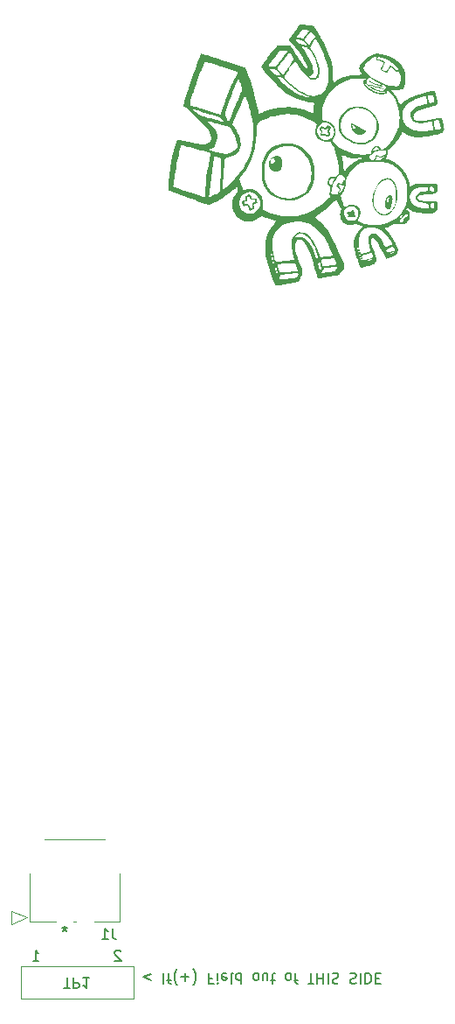
<source format=gbo>
%TF.GenerationSoftware,KiCad,Pcbnew,9.0.0*%
%TF.CreationDate,2025-03-21T19:29:39-07:00*%
%TF.ProjectId,Coil_Panel_Z,436f696c-5f50-4616-9e65-6c5f5a2e6b69,1.1*%
%TF.SameCoordinates,Original*%
%TF.FileFunction,Legend,Bot*%
%TF.FilePolarity,Positive*%
%FSLAX46Y46*%
G04 Gerber Fmt 4.6, Leading zero omitted, Abs format (unit mm)*
G04 Created by KiCad (PCBNEW 9.0.0) date 2025-03-21 19:29:39*
%MOMM*%
%LPD*%
G01*
G04 APERTURE LIST*
%ADD10C,0.150000*%
%ADD11C,0.120000*%
%ADD12C,0.000000*%
%ADD13C,2.600000*%
%ADD14C,3.800000*%
%ADD15R,1.100000X1.450000*%
%ADD16R,1.350000X2.899999*%
G04 APERTURE END LIST*
D10*
X110734588Y-144664057D02*
X110686969Y-144616438D01*
X110686969Y-144616438D02*
X110591731Y-144568819D01*
X110591731Y-144568819D02*
X110353636Y-144568819D01*
X110353636Y-144568819D02*
X110258398Y-144616438D01*
X110258398Y-144616438D02*
X110210779Y-144664057D01*
X110210779Y-144664057D02*
X110163160Y-144759295D01*
X110163160Y-144759295D02*
X110163160Y-144854533D01*
X110163160Y-144854533D02*
X110210779Y-144997390D01*
X110210779Y-144997390D02*
X110782207Y-145568819D01*
X110782207Y-145568819D02*
X110163160Y-145568819D01*
X113651623Y-147448347D02*
X112889718Y-147162633D01*
X112889718Y-147162633D02*
X113651623Y-146876919D01*
X114889718Y-146781680D02*
X114889718Y-147781680D01*
X115223051Y-147448347D02*
X115604003Y-147448347D01*
X115365908Y-146781680D02*
X115365908Y-147638823D01*
X115365908Y-147638823D02*
X115413527Y-147734061D01*
X115413527Y-147734061D02*
X115508765Y-147781680D01*
X115508765Y-147781680D02*
X115604003Y-147781680D01*
X116223051Y-146400728D02*
X116175432Y-146448347D01*
X116175432Y-146448347D02*
X116080194Y-146591204D01*
X116080194Y-146591204D02*
X116032575Y-146686442D01*
X116032575Y-146686442D02*
X115984956Y-146829300D01*
X115984956Y-146829300D02*
X115937337Y-147067395D01*
X115937337Y-147067395D02*
X115937337Y-147257871D01*
X115937337Y-147257871D02*
X115984956Y-147495966D01*
X115984956Y-147495966D02*
X116032575Y-147638823D01*
X116032575Y-147638823D02*
X116080194Y-147734061D01*
X116080194Y-147734061D02*
X116175432Y-147876919D01*
X116175432Y-147876919D02*
X116223051Y-147924538D01*
X116604004Y-147162633D02*
X117365909Y-147162633D01*
X116984956Y-146781680D02*
X116984956Y-147543585D01*
X117746861Y-146400728D02*
X117794480Y-146448347D01*
X117794480Y-146448347D02*
X117889718Y-146591204D01*
X117889718Y-146591204D02*
X117937337Y-146686442D01*
X117937337Y-146686442D02*
X117984956Y-146829300D01*
X117984956Y-146829300D02*
X118032575Y-147067395D01*
X118032575Y-147067395D02*
X118032575Y-147257871D01*
X118032575Y-147257871D02*
X117984956Y-147495966D01*
X117984956Y-147495966D02*
X117937337Y-147638823D01*
X117937337Y-147638823D02*
X117889718Y-147734061D01*
X117889718Y-147734061D02*
X117794480Y-147876919D01*
X117794480Y-147876919D02*
X117746861Y-147924538D01*
X119604004Y-147305490D02*
X119270671Y-147305490D01*
X119270671Y-146781680D02*
X119270671Y-147781680D01*
X119270671Y-147781680D02*
X119746861Y-147781680D01*
X120127814Y-146781680D02*
X120127814Y-147448347D01*
X120127814Y-147781680D02*
X120080195Y-147734061D01*
X120080195Y-147734061D02*
X120127814Y-147686442D01*
X120127814Y-147686442D02*
X120175433Y-147734061D01*
X120175433Y-147734061D02*
X120127814Y-147781680D01*
X120127814Y-147781680D02*
X120127814Y-147686442D01*
X120984956Y-146829300D02*
X120889718Y-146781680D01*
X120889718Y-146781680D02*
X120699242Y-146781680D01*
X120699242Y-146781680D02*
X120604004Y-146829300D01*
X120604004Y-146829300D02*
X120556385Y-146924538D01*
X120556385Y-146924538D02*
X120556385Y-147305490D01*
X120556385Y-147305490D02*
X120604004Y-147400728D01*
X120604004Y-147400728D02*
X120699242Y-147448347D01*
X120699242Y-147448347D02*
X120889718Y-147448347D01*
X120889718Y-147448347D02*
X120984956Y-147400728D01*
X120984956Y-147400728D02*
X121032575Y-147305490D01*
X121032575Y-147305490D02*
X121032575Y-147210252D01*
X121032575Y-147210252D02*
X120556385Y-147115014D01*
X121604004Y-146781680D02*
X121508766Y-146829300D01*
X121508766Y-146829300D02*
X121461147Y-146924538D01*
X121461147Y-146924538D02*
X121461147Y-147781680D01*
X122413528Y-146781680D02*
X122413528Y-147781680D01*
X122413528Y-146829300D02*
X122318290Y-146781680D01*
X122318290Y-146781680D02*
X122127814Y-146781680D01*
X122127814Y-146781680D02*
X122032576Y-146829300D01*
X122032576Y-146829300D02*
X121984957Y-146876919D01*
X121984957Y-146876919D02*
X121937338Y-146972157D01*
X121937338Y-146972157D02*
X121937338Y-147257871D01*
X121937338Y-147257871D02*
X121984957Y-147353109D01*
X121984957Y-147353109D02*
X122032576Y-147400728D01*
X122032576Y-147400728D02*
X122127814Y-147448347D01*
X122127814Y-147448347D02*
X122318290Y-147448347D01*
X122318290Y-147448347D02*
X122413528Y-147400728D01*
X123794481Y-146781680D02*
X123699243Y-146829300D01*
X123699243Y-146829300D02*
X123651624Y-146876919D01*
X123651624Y-146876919D02*
X123604005Y-146972157D01*
X123604005Y-146972157D02*
X123604005Y-147257871D01*
X123604005Y-147257871D02*
X123651624Y-147353109D01*
X123651624Y-147353109D02*
X123699243Y-147400728D01*
X123699243Y-147400728D02*
X123794481Y-147448347D01*
X123794481Y-147448347D02*
X123937338Y-147448347D01*
X123937338Y-147448347D02*
X124032576Y-147400728D01*
X124032576Y-147400728D02*
X124080195Y-147353109D01*
X124080195Y-147353109D02*
X124127814Y-147257871D01*
X124127814Y-147257871D02*
X124127814Y-146972157D01*
X124127814Y-146972157D02*
X124080195Y-146876919D01*
X124080195Y-146876919D02*
X124032576Y-146829300D01*
X124032576Y-146829300D02*
X123937338Y-146781680D01*
X123937338Y-146781680D02*
X123794481Y-146781680D01*
X124984957Y-147448347D02*
X124984957Y-146781680D01*
X124556386Y-147448347D02*
X124556386Y-146924538D01*
X124556386Y-146924538D02*
X124604005Y-146829300D01*
X124604005Y-146829300D02*
X124699243Y-146781680D01*
X124699243Y-146781680D02*
X124842100Y-146781680D01*
X124842100Y-146781680D02*
X124937338Y-146829300D01*
X124937338Y-146829300D02*
X124984957Y-146876919D01*
X125318291Y-147448347D02*
X125699243Y-147448347D01*
X125461148Y-147781680D02*
X125461148Y-146924538D01*
X125461148Y-146924538D02*
X125508767Y-146829300D01*
X125508767Y-146829300D02*
X125604005Y-146781680D01*
X125604005Y-146781680D02*
X125699243Y-146781680D01*
X126937339Y-146781680D02*
X126842101Y-146829300D01*
X126842101Y-146829300D02*
X126794482Y-146876919D01*
X126794482Y-146876919D02*
X126746863Y-146972157D01*
X126746863Y-146972157D02*
X126746863Y-147257871D01*
X126746863Y-147257871D02*
X126794482Y-147353109D01*
X126794482Y-147353109D02*
X126842101Y-147400728D01*
X126842101Y-147400728D02*
X126937339Y-147448347D01*
X126937339Y-147448347D02*
X127080196Y-147448347D01*
X127080196Y-147448347D02*
X127175434Y-147400728D01*
X127175434Y-147400728D02*
X127223053Y-147353109D01*
X127223053Y-147353109D02*
X127270672Y-147257871D01*
X127270672Y-147257871D02*
X127270672Y-146972157D01*
X127270672Y-146972157D02*
X127223053Y-146876919D01*
X127223053Y-146876919D02*
X127175434Y-146829300D01*
X127175434Y-146829300D02*
X127080196Y-146781680D01*
X127080196Y-146781680D02*
X126937339Y-146781680D01*
X127556387Y-147448347D02*
X127937339Y-147448347D01*
X127699244Y-146781680D02*
X127699244Y-147638823D01*
X127699244Y-147638823D02*
X127746863Y-147734061D01*
X127746863Y-147734061D02*
X127842101Y-147781680D01*
X127842101Y-147781680D02*
X127937339Y-147781680D01*
X128889721Y-147781680D02*
X129461149Y-147781680D01*
X129175435Y-146781680D02*
X129175435Y-147781680D01*
X129794483Y-146781680D02*
X129794483Y-147781680D01*
X129794483Y-147305490D02*
X130365911Y-147305490D01*
X130365911Y-146781680D02*
X130365911Y-147781680D01*
X130842102Y-146781680D02*
X130842102Y-147781680D01*
X131270673Y-146829300D02*
X131413530Y-146781680D01*
X131413530Y-146781680D02*
X131651625Y-146781680D01*
X131651625Y-146781680D02*
X131746863Y-146829300D01*
X131746863Y-146829300D02*
X131794482Y-146876919D01*
X131794482Y-146876919D02*
X131842101Y-146972157D01*
X131842101Y-146972157D02*
X131842101Y-147067395D01*
X131842101Y-147067395D02*
X131794482Y-147162633D01*
X131794482Y-147162633D02*
X131746863Y-147210252D01*
X131746863Y-147210252D02*
X131651625Y-147257871D01*
X131651625Y-147257871D02*
X131461149Y-147305490D01*
X131461149Y-147305490D02*
X131365911Y-147353109D01*
X131365911Y-147353109D02*
X131318292Y-147400728D01*
X131318292Y-147400728D02*
X131270673Y-147495966D01*
X131270673Y-147495966D02*
X131270673Y-147591204D01*
X131270673Y-147591204D02*
X131318292Y-147686442D01*
X131318292Y-147686442D02*
X131365911Y-147734061D01*
X131365911Y-147734061D02*
X131461149Y-147781680D01*
X131461149Y-147781680D02*
X131699244Y-147781680D01*
X131699244Y-147781680D02*
X131842101Y-147734061D01*
X132984959Y-146829300D02*
X133127816Y-146781680D01*
X133127816Y-146781680D02*
X133365911Y-146781680D01*
X133365911Y-146781680D02*
X133461149Y-146829300D01*
X133461149Y-146829300D02*
X133508768Y-146876919D01*
X133508768Y-146876919D02*
X133556387Y-146972157D01*
X133556387Y-146972157D02*
X133556387Y-147067395D01*
X133556387Y-147067395D02*
X133508768Y-147162633D01*
X133508768Y-147162633D02*
X133461149Y-147210252D01*
X133461149Y-147210252D02*
X133365911Y-147257871D01*
X133365911Y-147257871D02*
X133175435Y-147305490D01*
X133175435Y-147305490D02*
X133080197Y-147353109D01*
X133080197Y-147353109D02*
X133032578Y-147400728D01*
X133032578Y-147400728D02*
X132984959Y-147495966D01*
X132984959Y-147495966D02*
X132984959Y-147591204D01*
X132984959Y-147591204D02*
X133032578Y-147686442D01*
X133032578Y-147686442D02*
X133080197Y-147734061D01*
X133080197Y-147734061D02*
X133175435Y-147781680D01*
X133175435Y-147781680D02*
X133413530Y-147781680D01*
X133413530Y-147781680D02*
X133556387Y-147734061D01*
X133984959Y-146781680D02*
X133984959Y-147781680D01*
X134461149Y-146781680D02*
X134461149Y-147781680D01*
X134461149Y-147781680D02*
X134699244Y-147781680D01*
X134699244Y-147781680D02*
X134842101Y-147734061D01*
X134842101Y-147734061D02*
X134937339Y-147638823D01*
X134937339Y-147638823D02*
X134984958Y-147543585D01*
X134984958Y-147543585D02*
X135032577Y-147353109D01*
X135032577Y-147353109D02*
X135032577Y-147210252D01*
X135032577Y-147210252D02*
X134984958Y-147019776D01*
X134984958Y-147019776D02*
X134937339Y-146924538D01*
X134937339Y-146924538D02*
X134842101Y-146829300D01*
X134842101Y-146829300D02*
X134699244Y-146781680D01*
X134699244Y-146781680D02*
X134461149Y-146781680D01*
X135461149Y-147305490D02*
X135794482Y-147305490D01*
X135937339Y-146781680D02*
X135461149Y-146781680D01*
X135461149Y-146781680D02*
X135461149Y-147781680D01*
X135461149Y-147781680D02*
X135937339Y-147781680D01*
X102225660Y-145568819D02*
X102797088Y-145568819D01*
X102511374Y-145568819D02*
X102511374Y-144568819D01*
X102511374Y-144568819D02*
X102606612Y-144711676D01*
X102606612Y-144711676D02*
X102701850Y-144806914D01*
X102701850Y-144806914D02*
X102797088Y-144854533D01*
X105242095Y-148229180D02*
X105813523Y-148229180D01*
X105527809Y-147229180D02*
X105527809Y-148229180D01*
X106146857Y-147229180D02*
X106146857Y-148229180D01*
X106146857Y-148229180D02*
X106527809Y-148229180D01*
X106527809Y-148229180D02*
X106623047Y-148181561D01*
X106623047Y-148181561D02*
X106670666Y-148133942D01*
X106670666Y-148133942D02*
X106718285Y-148038704D01*
X106718285Y-148038704D02*
X106718285Y-147895847D01*
X106718285Y-147895847D02*
X106670666Y-147800609D01*
X106670666Y-147800609D02*
X106623047Y-147752990D01*
X106623047Y-147752990D02*
X106527809Y-147705371D01*
X106527809Y-147705371D02*
X106146857Y-147705371D01*
X107670666Y-147229180D02*
X107099238Y-147229180D01*
X107384952Y-147229180D02*
X107384952Y-148229180D01*
X107384952Y-148229180D02*
X107289714Y-148086323D01*
X107289714Y-148086323D02*
X107194476Y-147991085D01*
X107194476Y-147991085D02*
X107099238Y-147943466D01*
X109942335Y-142453820D02*
X109942335Y-143168105D01*
X109942335Y-143168105D02*
X109989954Y-143310962D01*
X109989954Y-143310962D02*
X110085192Y-143406201D01*
X110085192Y-143406201D02*
X110228049Y-143453820D01*
X110228049Y-143453820D02*
X110323287Y-143453820D01*
X108942335Y-143453820D02*
X109513763Y-143453820D01*
X109228049Y-143453820D02*
X109228049Y-142453820D01*
X109228049Y-142453820D02*
X109323287Y-142596677D01*
X109323287Y-142596677D02*
X109418525Y-142691915D01*
X109418525Y-142691915D02*
X109513763Y-142739534D01*
X105313999Y-142258819D02*
X105313999Y-142496914D01*
X105552094Y-142401676D02*
X105313999Y-142496914D01*
X105313999Y-142496914D02*
X105075904Y-142401676D01*
X105456856Y-142687390D02*
X105313999Y-142496914D01*
X105313999Y-142496914D02*
X105171142Y-142687390D01*
D11*
X101084000Y-146084000D02*
X111984000Y-146084000D01*
X101084000Y-149284000D02*
X101084000Y-146084000D01*
X111984000Y-146084000D02*
X111984000Y-149284000D01*
X111984000Y-149284000D02*
X101084000Y-149284000D01*
X100151008Y-140739000D02*
X100151008Y-142009000D01*
X100151008Y-142009000D02*
X101675008Y-141374000D01*
X101675008Y-141374000D02*
X100151008Y-140739000D01*
X101929008Y-141799000D02*
X101929008Y-137169040D01*
X103388018Y-133849000D02*
X109219981Y-133849000D01*
X104433960Y-141799000D02*
X101929008Y-141799000D01*
X106433961Y-141799000D02*
X106174040Y-141799000D01*
X110678991Y-137169040D02*
X110678991Y-141799000D01*
X110678991Y-141799000D02*
X108174041Y-141799000D01*
D12*
G36*
X134888757Y-60465147D02*
G01*
X135002838Y-60528793D01*
X135015333Y-60536174D01*
X135129861Y-60593184D01*
X135293759Y-60663599D01*
X135487012Y-60739175D01*
X135689605Y-60811668D01*
X135744731Y-60830505D01*
X135928777Y-60894766D01*
X136086306Y-60951801D01*
X136202070Y-60996002D01*
X136260820Y-61021758D01*
X136274247Y-61029864D01*
X136300821Y-61053944D01*
X136268771Y-61056853D01*
X136174664Y-61037942D01*
X136015066Y-60996563D01*
X135786544Y-60932065D01*
X135779972Y-60930166D01*
X135491280Y-60842911D01*
X135268189Y-60766339D01*
X135101715Y-60696702D01*
X134982875Y-60630250D01*
X134902685Y-60563235D01*
X134895607Y-60555584D01*
X134834108Y-60478898D01*
X134832169Y-60448633D01*
X134888757Y-60465147D01*
G37*
G36*
X133296097Y-72973821D02*
G01*
X133371086Y-73060675D01*
X133423482Y-73141255D01*
X133436199Y-73209059D01*
X133409594Y-73294267D01*
X133386792Y-73356181D01*
X133385019Y-73414396D01*
X133425264Y-73457293D01*
X133458394Y-73490001D01*
X133488678Y-73570490D01*
X133463733Y-73641567D01*
X133436351Y-73660597D01*
X133379055Y-73660479D01*
X133281489Y-73622771D01*
X133244158Y-73608337D01*
X133152335Y-73599786D01*
X133030391Y-73629453D01*
X132997615Y-73640067D01*
X132910033Y-73660713D01*
X132853059Y-73648382D01*
X132794904Y-73598958D01*
X132748652Y-73549318D01*
X132738821Y-73515272D01*
X132779999Y-73492095D01*
X132785622Y-73489880D01*
X132817877Y-73466798D01*
X132804791Y-73428480D01*
X132741118Y-73356645D01*
X132635781Y-73246697D01*
X132713347Y-73169130D01*
X132753812Y-73132594D01*
X132813646Y-73112196D01*
X132896509Y-73139676D01*
X132918992Y-73149621D01*
X132982498Y-73165909D01*
X133034324Y-73141196D01*
X133102809Y-73065259D01*
X133166484Y-72993914D01*
X133234289Y-72951458D01*
X133296097Y-72973821D01*
G37*
G36*
X126398871Y-68413858D02*
G01*
X126402556Y-68511407D01*
X126398179Y-68653070D01*
X126375217Y-68766101D01*
X126329123Y-68880940D01*
X126267137Y-68989852D01*
X126114108Y-69151312D01*
X125918955Y-69251387D01*
X125835204Y-69267667D01*
X125659687Y-69250248D01*
X125483362Y-69174986D01*
X125323642Y-69050700D01*
X125197941Y-68886210D01*
X125142356Y-68743457D01*
X125112460Y-68542404D01*
X125121937Y-68337369D01*
X125139259Y-68276729D01*
X125264205Y-68276729D01*
X125303054Y-68414285D01*
X125344546Y-68458571D01*
X125430435Y-68487943D01*
X125473711Y-68482552D01*
X125569912Y-68425787D01*
X125638711Y-68323791D01*
X125673094Y-68197346D01*
X125666049Y-68067229D01*
X125610563Y-67954221D01*
X125530970Y-67859608D01*
X125397301Y-68001852D01*
X125297728Y-68138598D01*
X125264205Y-68276729D01*
X125139259Y-68276729D01*
X125171999Y-68162115D01*
X125258811Y-68020117D01*
X125407752Y-67868722D01*
X125583668Y-67760689D01*
X125771582Y-67702348D01*
X125956519Y-67700026D01*
X126123502Y-67760052D01*
X126178605Y-67799920D01*
X126291612Y-67942924D01*
X126364651Y-68146659D01*
X126371142Y-68197346D01*
X126398871Y-68413858D01*
G37*
G36*
X137099558Y-71827311D02*
G01*
X137101569Y-71888428D01*
X137090153Y-72098045D01*
X137054776Y-72307646D01*
X137000357Y-72502000D01*
X136931815Y-72665881D01*
X136854068Y-72784058D01*
X136772036Y-72841305D01*
X136767995Y-72842366D01*
X136685042Y-72859355D01*
X136621754Y-72850428D01*
X136535105Y-72809878D01*
X136485889Y-72776739D01*
X136402176Y-72662461D01*
X136357527Y-72507319D01*
X136348481Y-72325833D01*
X136371576Y-72132527D01*
X136400760Y-72025088D01*
X136536180Y-72025088D01*
X136539152Y-72101155D01*
X136561133Y-72201041D01*
X136604340Y-72228093D01*
X136668600Y-72182106D01*
X136699331Y-72130289D01*
X136731870Y-72030647D01*
X136754504Y-71913959D01*
X136764283Y-71802737D01*
X136758258Y-71719494D01*
X136733481Y-71686744D01*
X136732687Y-71686751D01*
X136667909Y-71720936D01*
X136604001Y-71805121D01*
X136555309Y-71914706D01*
X136536180Y-72025088D01*
X136400760Y-72025088D01*
X136423351Y-71941920D01*
X136500345Y-71768534D01*
X136599098Y-71626892D01*
X136716148Y-71531514D01*
X136848034Y-71496922D01*
X136897693Y-71498282D01*
X136994147Y-71516749D01*
X137052664Y-71568183D01*
X137084163Y-71666924D01*
X137097199Y-71802737D01*
X137099558Y-71827311D01*
G37*
G36*
X133897795Y-64952298D02*
G01*
X134087533Y-65050455D01*
X134261059Y-65142527D01*
X134406481Y-65222496D01*
X134511906Y-65284342D01*
X134565441Y-65322045D01*
X134569643Y-65329143D01*
X134549473Y-65377673D01*
X134477899Y-65448394D01*
X134367649Y-65530249D01*
X134231450Y-65612183D01*
X134215602Y-65620203D01*
X134078808Y-65657419D01*
X133888878Y-65661131D01*
X133785017Y-65649304D01*
X133556295Y-65572473D01*
X133364480Y-65430275D01*
X133215032Y-65226233D01*
X133201813Y-65200224D01*
X133150647Y-65069272D01*
X133108837Y-64918275D01*
X133080919Y-64770000D01*
X133076221Y-64709247D01*
X133192506Y-64709247D01*
X133201972Y-64779093D01*
X133225360Y-64884661D01*
X133259645Y-64994535D01*
X133298772Y-65047171D01*
X133356284Y-65060657D01*
X133386272Y-65057340D01*
X133460855Y-65006083D01*
X133489120Y-64906592D01*
X133488689Y-64903777D01*
X133455471Y-64863526D01*
X133385956Y-64805710D01*
X133303625Y-64747167D01*
X133231960Y-64704739D01*
X133194443Y-64695265D01*
X133192506Y-64709247D01*
X133076221Y-64709247D01*
X133071425Y-64647217D01*
X133084890Y-64572691D01*
X133084910Y-64572661D01*
X133122172Y-64580920D01*
X133214579Y-64619210D01*
X133350237Y-64681513D01*
X133517254Y-64761807D01*
X133703738Y-64854076D01*
X133807494Y-64906592D01*
X133897795Y-64952298D01*
G37*
G36*
X137565571Y-71517451D02*
G01*
X137524694Y-71935592D01*
X137434492Y-72339950D01*
X137297662Y-72706870D01*
X137245210Y-72814165D01*
X137096876Y-73064161D01*
X136936814Y-73251680D01*
X136755200Y-73386767D01*
X136542209Y-73479470D01*
X136539264Y-73480410D01*
X136340469Y-73506228D01*
X136118820Y-73472659D01*
X135890124Y-73385685D01*
X135670187Y-73251289D01*
X135474818Y-73075454D01*
X135461660Y-73060939D01*
X135331817Y-72897822D01*
X135241351Y-72733268D01*
X135184457Y-72549031D01*
X135155330Y-72326862D01*
X135153941Y-72272875D01*
X135264226Y-72272875D01*
X135271438Y-72399888D01*
X135290866Y-72500871D01*
X135327161Y-72600412D01*
X135384977Y-72723097D01*
X135507675Y-72927870D01*
X135685584Y-73114698D01*
X135918829Y-73263923D01*
X136044747Y-73314979D01*
X136279305Y-73350449D01*
X136517903Y-73318748D01*
X136746328Y-73222620D01*
X136950370Y-73064806D01*
X137026866Y-72981399D01*
X137173150Y-72768380D01*
X137283797Y-72515563D01*
X137361119Y-72215038D01*
X137407425Y-71858893D01*
X137425026Y-71439218D01*
X137425267Y-71402862D01*
X137418964Y-71112011D01*
X137394610Y-70876735D01*
X137348261Y-70679615D01*
X137275968Y-70503227D01*
X137173785Y-70330150D01*
X137116837Y-70252863D01*
X136947203Y-70095100D01*
X136756036Y-70007617D01*
X136548740Y-69990296D01*
X136330718Y-70043020D01*
X136107372Y-70165672D01*
X135884106Y-70358135D01*
X135802574Y-70450252D01*
X135628346Y-70710671D01*
X135481501Y-71021181D01*
X135367980Y-71365195D01*
X135293723Y-71726126D01*
X135264674Y-72087388D01*
X135264576Y-72095246D01*
X135264226Y-72272875D01*
X135153941Y-72272875D01*
X135148167Y-72048513D01*
X135150118Y-71906818D01*
X135159095Y-71736531D01*
X135179575Y-71593051D01*
X135216348Y-71446714D01*
X135274202Y-71267854D01*
X135324738Y-71127335D01*
X135490308Y-70751315D01*
X135677634Y-70437628D01*
X135884230Y-70188924D01*
X136107610Y-70007856D01*
X136345290Y-69897074D01*
X136594783Y-69859230D01*
X136735711Y-69874621D01*
X136942815Y-69955912D01*
X137131461Y-70100025D01*
X137294150Y-70299023D01*
X137423384Y-70544968D01*
X137511667Y-70829923D01*
X137554426Y-71109178D01*
X137562443Y-71402862D01*
X137565571Y-71517451D01*
G37*
G36*
X135759238Y-65073902D02*
G01*
X135677237Y-65430617D01*
X135675881Y-65434644D01*
X135524040Y-65786437D01*
X135326713Y-66078274D01*
X135084969Y-66309131D01*
X134799879Y-66477985D01*
X134472512Y-66583811D01*
X134424681Y-66592094D01*
X134245568Y-66605406D01*
X134028109Y-66603785D01*
X133799034Y-66588732D01*
X133585074Y-66561748D01*
X133412958Y-66524333D01*
X133178883Y-66437140D01*
X132889758Y-66286606D01*
X132609163Y-66098502D01*
X132353721Y-65885502D01*
X132140056Y-65660279D01*
X131984791Y-65435507D01*
X131961659Y-65392080D01*
X131915066Y-65288144D01*
X131885909Y-65181642D01*
X131868765Y-65048046D01*
X131858213Y-64862826D01*
X131853956Y-64692798D01*
X131855865Y-64645426D01*
X132061817Y-64645426D01*
X132066699Y-64944751D01*
X132133990Y-65235828D01*
X132268055Y-65509180D01*
X132299560Y-65555522D01*
X132497279Y-65781659D01*
X132750170Y-65991749D01*
X133040785Y-66174507D01*
X133351678Y-66318651D01*
X133665401Y-66412896D01*
X133752103Y-66429979D01*
X134077206Y-66465627D01*
X134364414Y-66444818D01*
X134626421Y-66365594D01*
X134875919Y-66225993D01*
X134931072Y-66185877D01*
X135159559Y-65965445D01*
X135340569Y-65697908D01*
X135470868Y-65395917D01*
X135547220Y-65072127D01*
X135566393Y-64739189D01*
X135525151Y-64409757D01*
X135420261Y-64096482D01*
X135372172Y-64004919D01*
X135208019Y-63784462D01*
X134989034Y-63576230D01*
X134730264Y-63391599D01*
X134446752Y-63241947D01*
X134153546Y-63138650D01*
X134035204Y-63111864D01*
X133706089Y-63083044D01*
X133367232Y-63123298D01*
X133098643Y-63206897D01*
X132820747Y-63356724D01*
X132579067Y-63555156D01*
X132377968Y-63792718D01*
X132221817Y-64059934D01*
X132114978Y-64347329D01*
X132061817Y-64645426D01*
X131855865Y-64645426D01*
X131860685Y-64525811D01*
X131883800Y-64377213D01*
X131926637Y-64215449D01*
X132041910Y-63921183D01*
X132230930Y-63616759D01*
X132471101Y-63362968D01*
X132755899Y-63164216D01*
X133078798Y-63024906D01*
X133433276Y-62949442D01*
X133812808Y-62942228D01*
X134199379Y-63000448D01*
X134563223Y-63123776D01*
X134895367Y-63314365D01*
X135203024Y-63575500D01*
X135351974Y-63739508D01*
X135561451Y-64048955D01*
X135700030Y-64377931D01*
X135766397Y-64721293D01*
X135766034Y-64739189D01*
X135759238Y-65073902D01*
G37*
G36*
X131078325Y-65666290D02*
G01*
X131020250Y-65761841D01*
X130899615Y-65832960D01*
X130859098Y-65841706D01*
X130735571Y-65820409D01*
X130598301Y-65740050D01*
X130531315Y-65693540D01*
X130484471Y-65695435D01*
X130421010Y-65748551D01*
X130395350Y-65770352D01*
X130314415Y-65802271D01*
X130227995Y-65771388D01*
X130123031Y-65674455D01*
X130082696Y-65624639D01*
X130074276Y-65573319D01*
X130113936Y-65500904D01*
X130163905Y-65403459D01*
X130165002Y-65314280D01*
X130099915Y-65251062D01*
X130075007Y-65235456D01*
X130030551Y-65166886D01*
X130048248Y-65089173D01*
X130184413Y-65089173D01*
X130195624Y-65138165D01*
X130250902Y-65219318D01*
X130274280Y-65251294D01*
X130315496Y-65321286D01*
X130314742Y-65377483D01*
X130275679Y-65454688D01*
X130239177Y-65525283D01*
X130233326Y-65578665D01*
X130268244Y-65626116D01*
X130297304Y-65652006D01*
X130341761Y-65659733D01*
X130403532Y-65613764D01*
X130421778Y-65597973D01*
X130489887Y-65564687D01*
X130566561Y-65587167D01*
X130630624Y-65623050D01*
X130730403Y-65688164D01*
X130736506Y-65692494D01*
X130815572Y-65719309D01*
X130871307Y-65691149D01*
X130896205Y-65626382D01*
X130882756Y-65543379D01*
X130823453Y-65460507D01*
X130760866Y-65374303D01*
X130759113Y-65266886D01*
X130827938Y-65138897D01*
X130837633Y-65125208D01*
X130879449Y-65043506D01*
X130882812Y-64988115D01*
X130829418Y-64948103D01*
X130762464Y-64969431D01*
X130701478Y-65050671D01*
X130681754Y-65086719D01*
X130605372Y-65157125D01*
X130511519Y-65153416D01*
X130400269Y-65075584D01*
X130377356Y-65053827D01*
X130313219Y-65001546D01*
X130270715Y-64996727D01*
X130225083Y-65033411D01*
X130213505Y-65045234D01*
X130184413Y-65089173D01*
X130048248Y-65089173D01*
X130052074Y-65072374D01*
X130140224Y-64947038D01*
X130151714Y-64933687D01*
X130222201Y-64861380D01*
X130271454Y-64840551D01*
X130319561Y-64861632D01*
X130344030Y-64879019D01*
X130456731Y-64950148D01*
X130535602Y-64971865D01*
X130600861Y-64944573D01*
X130672725Y-64868675D01*
X130780528Y-64736969D01*
X130918860Y-64811022D01*
X131022916Y-64875448D01*
X131094552Y-64955538D01*
X131097404Y-65040757D01*
X131035033Y-65141227D01*
X131028465Y-65149131D01*
X130953226Y-65272544D01*
X130948563Y-65379402D01*
X131013858Y-65479548D01*
X131069387Y-65560087D01*
X131074966Y-65626382D01*
X131078325Y-65666290D01*
G37*
G36*
X123974252Y-72121157D02*
G01*
X123984741Y-72213364D01*
X123976494Y-72261059D01*
X123963965Y-72268411D01*
X123892661Y-72296396D01*
X123787996Y-72329229D01*
X123768676Y-72334818D01*
X123676058Y-72369747D01*
X123635269Y-72413685D01*
X123626152Y-72486181D01*
X123636486Y-72579505D01*
X123670986Y-72695504D01*
X123688989Y-72751268D01*
X123674435Y-72830986D01*
X123597301Y-72898954D01*
X123450864Y-72963348D01*
X123417081Y-72975214D01*
X123326477Y-73005120D01*
X123278566Y-73017906D01*
X123233857Y-72994197D01*
X123185472Y-72909881D01*
X123149062Y-72780251D01*
X123146171Y-72765992D01*
X123108577Y-72648474D01*
X123059004Y-72558171D01*
X123031458Y-72525976D01*
X122991272Y-72500679D01*
X122933786Y-72507705D01*
X122832518Y-72545582D01*
X122784574Y-72563660D01*
X122683788Y-72587336D01*
X122628262Y-72570054D01*
X122597507Y-72516656D01*
X122560678Y-72413920D01*
X122528682Y-72294028D01*
X122521222Y-72252722D01*
X122719613Y-72252722D01*
X122725131Y-72287715D01*
X122749047Y-72332170D01*
X122807641Y-72354080D01*
X122921654Y-72364966D01*
X123053450Y-72379065D01*
X123138433Y-72413564D01*
X123189410Y-72485318D01*
X123227965Y-72611714D01*
X123241718Y-72658345D01*
X123301279Y-72758885D01*
X123383091Y-72788317D01*
X123483868Y-72744928D01*
X123515900Y-72715336D01*
X123531985Y-72658928D01*
X123512153Y-72562858D01*
X123511162Y-72559410D01*
X123477530Y-72415001D01*
X123481480Y-72320981D01*
X123529018Y-72258743D01*
X123626152Y-72209677D01*
X123706396Y-72173212D01*
X123763577Y-72122185D01*
X123778476Y-72051577D01*
X123775661Y-72004374D01*
X123753788Y-71969838D01*
X123693783Y-71955901D01*
X123576647Y-71953311D01*
X123535433Y-71952670D01*
X123390743Y-71932844D01*
X123309082Y-71882539D01*
X123283423Y-71798034D01*
X123268201Y-71734744D01*
X123199165Y-71679053D01*
X123088045Y-71674650D01*
X123046979Y-71684523D01*
X123007984Y-71712031D01*
X122993120Y-71772747D01*
X122992843Y-71888064D01*
X122997816Y-72082243D01*
X122852896Y-72117263D01*
X122760995Y-72145759D01*
X122721568Y-72184701D01*
X122719613Y-72252722D01*
X122521222Y-72252722D01*
X122509228Y-72186312D01*
X122510023Y-72120107D01*
X122518980Y-72108501D01*
X122583815Y-72073551D01*
X122685822Y-72043345D01*
X122845492Y-72009233D01*
X122832691Y-71812355D01*
X122827727Y-71702821D01*
X122839993Y-71632511D01*
X122884121Y-71586205D01*
X122973978Y-71536868D01*
X123037826Y-71506911D01*
X123192441Y-71463657D01*
X123305204Y-71482137D01*
X123374238Y-71561624D01*
X123397666Y-71701389D01*
X123399896Y-71734837D01*
X123439532Y-71813012D01*
X123533109Y-71846694D01*
X123686350Y-71838601D01*
X123696186Y-71837156D01*
X123824041Y-71830987D01*
X123891033Y-71856078D01*
X123920344Y-71913541D01*
X123950846Y-72012022D01*
X123959329Y-72051577D01*
X123974252Y-72121157D01*
G37*
G36*
X129527232Y-69437753D02*
G01*
X129520205Y-69721007D01*
X129501511Y-69976889D01*
X129471143Y-70181454D01*
X129438744Y-70310669D01*
X129327344Y-70619363D01*
X129176694Y-70920201D01*
X129002745Y-71179207D01*
X128859079Y-71335514D01*
X128612503Y-71540699D01*
X128326378Y-71725099D01*
X128021797Y-71875563D01*
X127719855Y-71978944D01*
X127701701Y-71983322D01*
X127521957Y-72008515D01*
X127292428Y-72017892D01*
X127034833Y-72012415D01*
X126770893Y-71993048D01*
X126522328Y-71960752D01*
X126310859Y-71916492D01*
X126140953Y-71866669D01*
X125740284Y-71708505D01*
X125394737Y-71506171D01*
X125096599Y-71255466D01*
X124940290Y-71087234D01*
X124753828Y-70832584D01*
X124610030Y-70551280D01*
X124494941Y-70219290D01*
X124493401Y-70213940D01*
X124460928Y-70091818D01*
X124437748Y-69976325D01*
X124422383Y-69850905D01*
X124413356Y-69699007D01*
X124409190Y-69504078D01*
X124408407Y-69249563D01*
X124409094Y-69145322D01*
X124658553Y-69145322D01*
X124666024Y-69400235D01*
X124684183Y-69695200D01*
X124716614Y-69959400D01*
X124766898Y-70187780D01*
X124839670Y-70401000D01*
X124939564Y-70619722D01*
X124984956Y-70705724D01*
X125205871Y-71034188D01*
X125474050Y-71304599D01*
X125791501Y-71518377D01*
X126160235Y-71676946D01*
X126582262Y-71781725D01*
X126634605Y-71790481D01*
X127081862Y-71832194D01*
X127491361Y-71808280D01*
X127862546Y-71718990D01*
X128194859Y-71564575D01*
X128487744Y-71345287D01*
X128740642Y-71061376D01*
X128952997Y-70713095D01*
X129040174Y-70510932D01*
X129141086Y-70164824D01*
X129204459Y-69785919D01*
X129228267Y-69395374D01*
X129210486Y-69014348D01*
X129149091Y-68664001D01*
X129127597Y-68585797D01*
X128998670Y-68240901D01*
X128821809Y-67906945D01*
X128606967Y-67596968D01*
X128364098Y-67324010D01*
X128103157Y-67101112D01*
X127834098Y-66941313D01*
X127680079Y-66882824D01*
X127392939Y-66816967D01*
X127069619Y-66785779D01*
X126730791Y-66792055D01*
X126635541Y-66800852D01*
X126215418Y-66880089D01*
X125839486Y-67020444D01*
X125510222Y-67219748D01*
X125230104Y-67475832D01*
X125001606Y-67786525D01*
X124827206Y-68149658D01*
X124709381Y-68563060D01*
X124702605Y-68597381D01*
X124675617Y-68767590D01*
X124661342Y-68942339D01*
X124658553Y-69145322D01*
X124409094Y-69145322D01*
X124409717Y-69050908D01*
X124415963Y-68805278D01*
X124428273Y-68611506D01*
X124447695Y-68455054D01*
X124475275Y-68321384D01*
X124505055Y-68213188D01*
X124660000Y-67819871D01*
X124874696Y-67467309D01*
X125143376Y-67161271D01*
X125460274Y-66907528D01*
X125819623Y-66711848D01*
X126215657Y-66580003D01*
X126373679Y-66553911D01*
X126604284Y-66536974D01*
X126863616Y-66533644D01*
X127127030Y-66543531D01*
X127369883Y-66566244D01*
X127567531Y-66601393D01*
X127882824Y-66698854D01*
X128275620Y-66884807D01*
X128620993Y-67128710D01*
X128916064Y-67427502D01*
X129157952Y-67778126D01*
X129343778Y-68177521D01*
X129470660Y-68622629D01*
X129478394Y-68663199D01*
X129506320Y-68884905D01*
X129522602Y-69151071D01*
X129526548Y-69395374D01*
X129527232Y-69437753D01*
G37*
G36*
X129838796Y-55733088D02*
G01*
X129976183Y-55976994D01*
X130095805Y-56195489D01*
X130122899Y-56244977D01*
X130273666Y-56527776D01*
X130423206Y-56816129D01*
X130636401Y-57246317D01*
X130825659Y-57661061D01*
X130981129Y-58044328D01*
X131108957Y-58411334D01*
X131215290Y-58777299D01*
X131250265Y-58913055D01*
X131282213Y-59051939D01*
X131304572Y-59179746D01*
X131319142Y-59313923D01*
X131327723Y-59471918D01*
X131332115Y-59671179D01*
X131334117Y-59929151D01*
X131334152Y-59936342D01*
X131335757Y-60159369D01*
X131336874Y-60251322D01*
X131338114Y-60353343D01*
X131341004Y-60506485D01*
X131344205Y-60607020D01*
X131347497Y-60643169D01*
X131348018Y-60643070D01*
X131385649Y-60620734D01*
X131468045Y-60566869D01*
X131578434Y-60492422D01*
X131646655Y-60446746D01*
X131989634Y-60246221D01*
X132337725Y-60095307D01*
X132707140Y-59989123D01*
X133114094Y-59922787D01*
X133574802Y-59891419D01*
X133796354Y-59883077D01*
X133979225Y-59871894D01*
X134097945Y-59857632D01*
X134158872Y-59839068D01*
X134168363Y-59814979D01*
X134132773Y-59784143D01*
X134108781Y-59761436D01*
X134049968Y-59686653D01*
X133980450Y-59584035D01*
X133946762Y-59527676D01*
X133880706Y-59367528D01*
X133875283Y-59273294D01*
X134272009Y-59273294D01*
X134346959Y-59412468D01*
X134410164Y-59514744D01*
X134587964Y-59727962D01*
X134823573Y-59944660D01*
X135105585Y-60157838D01*
X135422593Y-60360493D01*
X135763191Y-60545624D01*
X136115971Y-60706230D01*
X136469528Y-60835308D01*
X136812454Y-60925856D01*
X136982995Y-60954186D01*
X137196007Y-60977175D01*
X137384911Y-60985994D01*
X137471804Y-60984907D01*
X137608958Y-60971318D01*
X137703139Y-60932111D01*
X137767506Y-60854802D01*
X137815221Y-60726912D01*
X137859445Y-60535957D01*
X137882424Y-60416608D01*
X137901480Y-60264957D01*
X137900146Y-60130018D01*
X137879669Y-59977361D01*
X137852439Y-59849656D01*
X137812715Y-59716795D01*
X137773049Y-59628502D01*
X137733743Y-59577343D01*
X137673604Y-59547755D01*
X137576601Y-59556613D01*
X137505841Y-59566659D01*
X137449540Y-59555306D01*
X137423963Y-59506459D01*
X137400454Y-59469871D01*
X137334576Y-59399397D01*
X137242842Y-59313310D01*
X137141295Y-59225405D01*
X137045974Y-59149475D01*
X136972920Y-59099313D01*
X136938174Y-59088715D01*
X136929614Y-59100882D01*
X136885941Y-59163785D01*
X136814513Y-59267012D01*
X136725333Y-59396114D01*
X136674141Y-59469290D01*
X136591137Y-59583324D01*
X136529587Y-59661827D01*
X136500046Y-59690985D01*
X136462136Y-59674950D01*
X136379283Y-59626562D01*
X136271138Y-59557686D01*
X136155722Y-59480419D01*
X136051058Y-59406853D01*
X135975170Y-59349086D01*
X135946078Y-59319211D01*
X135951256Y-59297972D01*
X135985202Y-59219916D01*
X136039543Y-59114302D01*
X136101000Y-59005215D01*
X136156293Y-58916736D01*
X136192144Y-58872949D01*
X136216212Y-58838496D01*
X136230949Y-58758747D01*
X136230378Y-58743716D01*
X136210205Y-58689340D01*
X136149036Y-58643789D01*
X136030403Y-58593494D01*
X135958693Y-58567551D01*
X135800943Y-58514745D01*
X135664862Y-58474032D01*
X135594029Y-58454103D01*
X135530673Y-58424467D01*
X135513449Y-58378250D01*
X135525400Y-58293501D01*
X135527736Y-58281051D01*
X135621654Y-58281051D01*
X135641710Y-58340183D01*
X135715428Y-58358408D01*
X135785267Y-58367083D01*
X135920805Y-58403748D01*
X136072982Y-58459113D01*
X136212656Y-58522225D01*
X136310686Y-58582131D01*
X136393545Y-58649226D01*
X136236085Y-58998922D01*
X136190631Y-59100679D01*
X136132870Y-59232826D01*
X136093303Y-59327027D01*
X136078626Y-59367606D01*
X136086256Y-59376799D01*
X136139261Y-59386594D01*
X136139293Y-59386594D01*
X136210554Y-59408980D01*
X136296720Y-59462756D01*
X136371894Y-59516590D01*
X136429743Y-59530079D01*
X136485399Y-59491805D01*
X136561306Y-59396114D01*
X136596367Y-59349283D01*
X136696591Y-59218443D01*
X136795838Y-59092051D01*
X136924624Y-58930791D01*
X137095315Y-59053372D01*
X137160928Y-59103785D01*
X137253283Y-59187060D01*
X137306666Y-59251927D01*
X137327950Y-59289034D01*
X137418016Y-59391628D01*
X137520735Y-59424675D01*
X137560697Y-59421584D01*
X137615825Y-59386791D01*
X137609597Y-59311304D01*
X137542250Y-59192593D01*
X137329737Y-58939136D01*
X137050602Y-58696775D01*
X136730255Y-58488452D01*
X136386062Y-58325389D01*
X136035391Y-58218809D01*
X135961536Y-58203692D01*
X135798419Y-58179423D01*
X135693808Y-58183262D01*
X135638091Y-58216656D01*
X135621654Y-58281051D01*
X135527736Y-58281051D01*
X135550933Y-58157399D01*
X135388534Y-58183368D01*
X135222187Y-58227123D01*
X134982064Y-58348754D01*
X134755797Y-58530286D01*
X134554599Y-58762161D01*
X134389686Y-59034817D01*
X134272009Y-59273294D01*
X133875283Y-59273294D01*
X133871827Y-59213245D01*
X133921305Y-59047544D01*
X134030320Y-58853143D01*
X134059221Y-58809451D01*
X134318681Y-58481873D01*
X134609513Y-58219371D01*
X134927615Y-58024006D01*
X135268881Y-57897841D01*
X135629209Y-57842937D01*
X136004495Y-57861355D01*
X136043098Y-57867231D01*
X136478118Y-57966265D01*
X136886354Y-58118551D01*
X137259998Y-58318461D01*
X137591243Y-58560368D01*
X137872282Y-58838645D01*
X138095309Y-59147664D01*
X138207816Y-59386791D01*
X138252516Y-59481797D01*
X138302532Y-59670840D01*
X138340088Y-59923665D01*
X138357852Y-60196526D01*
X138356874Y-60264957D01*
X138354073Y-60461008D01*
X138326995Y-60688695D01*
X138310331Y-60769614D01*
X138256603Y-60976822D01*
X138206380Y-61098090D01*
X138196099Y-61122914D01*
X138123102Y-61219292D01*
X138031898Y-61277355D01*
X138019083Y-61282416D01*
X137877600Y-61318779D01*
X137692140Y-61344262D01*
X137490954Y-61356965D01*
X137302294Y-61354984D01*
X137154413Y-61336419D01*
X137108833Y-61326320D01*
X137025573Y-61311428D01*
X136992569Y-61311360D01*
X137012362Y-61345360D01*
X137066867Y-61429598D01*
X137147701Y-61551276D01*
X137246480Y-61697642D01*
X137324105Y-61815968D01*
X137447682Y-62018153D01*
X137560946Y-62218344D01*
X137646613Y-62386774D01*
X137679154Y-62454538D01*
X137749557Y-62586165D01*
X137810870Y-62682106D01*
X137852647Y-62725197D01*
X137855841Y-62726273D01*
X137927301Y-62716656D01*
X138014208Y-62665902D01*
X138357013Y-62405677D01*
X138759174Y-62148322D01*
X139172214Y-61939033D01*
X139617860Y-61765612D01*
X139664341Y-61750175D01*
X139906494Y-61677521D01*
X140190392Y-61601871D01*
X140488677Y-61529900D01*
X140773990Y-61468285D01*
X141018972Y-61423702D01*
X141055421Y-61418021D01*
X141115136Y-61412855D01*
X141161159Y-61424037D01*
X141198808Y-61461167D01*
X141233398Y-61533846D01*
X141270246Y-61651676D01*
X141314670Y-61824258D01*
X141371985Y-62061191D01*
X141411971Y-62229511D01*
X141444942Y-62379939D01*
X141446723Y-62390899D01*
X141461760Y-62483461D01*
X141463844Y-62554878D01*
X141452614Y-62608993D01*
X141429491Y-62660608D01*
X141419047Y-62680098D01*
X141365307Y-62757532D01*
X141292431Y-62819369D01*
X141186490Y-62873029D01*
X141033558Y-62925935D01*
X140819705Y-62985506D01*
X140779133Y-62996239D01*
X140487647Y-63077676D01*
X140202587Y-63164293D01*
X139935188Y-63252110D01*
X139696683Y-63337146D01*
X139498305Y-63415419D01*
X139351290Y-63482950D01*
X139266870Y-63535758D01*
X139238282Y-63563199D01*
X139168456Y-63668537D01*
X139135702Y-63812475D01*
X139128227Y-63902675D01*
X139138270Y-64062662D01*
X139189735Y-64177173D01*
X139287968Y-64261996D01*
X139300790Y-64269319D01*
X139446492Y-64316341D01*
X139656332Y-64338478D01*
X139923494Y-64336263D01*
X140241159Y-64310230D01*
X140602510Y-64260912D01*
X141000730Y-64188841D01*
X141429000Y-64094552D01*
X141475360Y-64083594D01*
X141642679Y-64047141D01*
X141753542Y-64030453D01*
X141821541Y-64032153D01*
X141860271Y-64050864D01*
X141872517Y-64069337D01*
X141905431Y-64154673D01*
X141944902Y-64288471D01*
X141986742Y-64452746D01*
X142026764Y-64629512D01*
X142060781Y-64800783D01*
X142084604Y-64948575D01*
X142085983Y-64964100D01*
X142094046Y-65054902D01*
X142094063Y-65056895D01*
X142063358Y-65235504D01*
X141978394Y-65396453D01*
X141853357Y-65512759D01*
X141797898Y-65540809D01*
X141640071Y-65596982D01*
X141423158Y-65654955D01*
X141158246Y-65712609D01*
X140856426Y-65767823D01*
X140528785Y-65818477D01*
X140186411Y-65862451D01*
X139840395Y-65897624D01*
X139706770Y-65907631D01*
X139324925Y-65913030D01*
X138998144Y-65877046D01*
X138718440Y-65797661D01*
X138477825Y-65672859D01*
X138268310Y-65500621D01*
X138198177Y-65434400D01*
X138099950Y-65363367D01*
X138040640Y-65356897D01*
X138020724Y-65415153D01*
X138010883Y-65461061D01*
X137968623Y-65568447D01*
X137901153Y-65710509D01*
X137817334Y-65869838D01*
X137726030Y-66029026D01*
X137636103Y-66170663D01*
X137598500Y-66224134D01*
X137428415Y-66436537D01*
X137228591Y-66651482D01*
X137021428Y-66846019D01*
X136829329Y-66997196D01*
X136810553Y-67010127D01*
X136717832Y-67078698D01*
X136670099Y-67137611D01*
X136652415Y-67215473D01*
X136649840Y-67340890D01*
X136649834Y-67342165D01*
X136649783Y-67353634D01*
X136626871Y-67558813D01*
X136554797Y-67748431D01*
X136516723Y-67825508D01*
X136475623Y-67915279D01*
X136459595Y-67960202D01*
X136488656Y-67984267D01*
X136564158Y-68010441D01*
X136695212Y-68054921D01*
X136870570Y-68131567D01*
X137068782Y-68229557D01*
X137269509Y-68338345D01*
X137452410Y-68447382D01*
X137597147Y-68546122D01*
X137611755Y-68557291D01*
X137905695Y-68826705D01*
X138171563Y-69154646D01*
X138400297Y-69526480D01*
X138582834Y-69927574D01*
X138710112Y-70343293D01*
X138733051Y-70438358D01*
X138768796Y-70570081D01*
X138798014Y-70658047D01*
X138815974Y-70686903D01*
X138820085Y-70684753D01*
X138875484Y-70656905D01*
X138976927Y-70606479D01*
X139106062Y-70542606D01*
X139372629Y-70411032D01*
X140191369Y-70411856D01*
X140249839Y-70411990D01*
X140506256Y-70414273D01*
X140747514Y-70418974D01*
X140958364Y-70425635D01*
X141123554Y-70433797D01*
X141227835Y-70443002D01*
X141237858Y-70444400D01*
X141356639Y-70463826D01*
X141421627Y-70488970D01*
X141453273Y-70534114D01*
X141472029Y-70613542D01*
X141496882Y-70808432D01*
X141483105Y-71030893D01*
X141452990Y-71104683D01*
X141413154Y-71202294D01*
X141286182Y-71323748D01*
X141101341Y-71396370D01*
X140857786Y-71421274D01*
X140781867Y-71423103D01*
X140598031Y-71433653D01*
X140388039Y-71451371D01*
X140184038Y-71473753D01*
X140017582Y-71498352D01*
X139783446Y-71551595D01*
X139620427Y-71617506D01*
X139529630Y-71695350D01*
X139512161Y-71784387D01*
X139569126Y-71883881D01*
X139604853Y-71921899D01*
X139669158Y-71978621D01*
X139741755Y-72020659D01*
X139833955Y-72050186D01*
X139957065Y-72069372D01*
X140122394Y-72080390D01*
X140341250Y-72085409D01*
X140624941Y-72086602D01*
X140812031Y-72086115D01*
X141032755Y-72086052D01*
X141193989Y-72091498D01*
X141305653Y-72107746D01*
X141377667Y-72140090D01*
X141419951Y-72193823D01*
X141442426Y-72274240D01*
X141455011Y-72386634D01*
X141467625Y-72536299D01*
X141473974Y-72607292D01*
X141475457Y-72623881D01*
X141481534Y-72744339D01*
X141472714Y-72825095D01*
X141444928Y-72889689D01*
X141394108Y-72961661D01*
X141358028Y-73003701D01*
X141244393Y-73107764D01*
X141119286Y-73195924D01*
X140945437Y-73297807D01*
X140330397Y-73272959D01*
X140069878Y-73260798D01*
X139753091Y-73238831D01*
X139495209Y-73209169D01*
X139286094Y-73169134D01*
X139115607Y-73116051D01*
X138973610Y-73047244D01*
X138849965Y-72960038D01*
X138734534Y-72851757D01*
X138567554Y-72677487D01*
X138483522Y-72827002D01*
X138399490Y-72976517D01*
X138524290Y-72988527D01*
X138574217Y-72996415D01*
X138652998Y-73038732D01*
X138715673Y-73133821D01*
X138758079Y-73257965D01*
X138779847Y-73454443D01*
X138778906Y-73466379D01*
X138763657Y-73659903D01*
X138709776Y-73842169D01*
X138705023Y-73852360D01*
X138618697Y-73993130D01*
X138502060Y-74132342D01*
X138376206Y-74247630D01*
X138262233Y-74316630D01*
X138255044Y-74319252D01*
X138113284Y-74346372D01*
X137935081Y-74349873D01*
X137753764Y-74331042D01*
X137602659Y-74291165D01*
X137449590Y-74229918D01*
X137059235Y-74427034D01*
X136923597Y-74492243D01*
X136753566Y-74565544D01*
X136607560Y-74619500D01*
X136507036Y-74645619D01*
X136463739Y-74651548D01*
X136378903Y-74664604D01*
X136345192Y-74672175D01*
X136348447Y-74676492D01*
X136388441Y-74720955D01*
X136464395Y-74802808D01*
X136564158Y-74908910D01*
X136605513Y-74955588D01*
X136713530Y-75095871D01*
X136838010Y-75276720D01*
X136972397Y-75486608D01*
X137110136Y-75714008D01*
X137244673Y-75947393D01*
X137369451Y-76175235D01*
X137406991Y-76248184D01*
X137477917Y-76386007D01*
X137563516Y-76568182D01*
X137619691Y-76710232D01*
X137639889Y-76800630D01*
X137639759Y-76810990D01*
X137634615Y-76837591D01*
X137605751Y-76986858D01*
X137576550Y-77049061D01*
X137522461Y-77164282D01*
X137405645Y-77309062D01*
X137383176Y-77324736D01*
X137292744Y-77371030D01*
X137158255Y-77430368D01*
X136998642Y-77495399D01*
X136832839Y-77558773D01*
X136679778Y-77613141D01*
X136558393Y-77651151D01*
X136487617Y-77665455D01*
X136476412Y-77652548D01*
X136434050Y-77582206D01*
X136366057Y-77458963D01*
X136277494Y-77292252D01*
X136276662Y-77290648D01*
X136689517Y-77290648D01*
X136718419Y-77300635D01*
X136800641Y-77274486D01*
X136942489Y-77211206D01*
X137063888Y-77149778D01*
X137161367Y-77090443D01*
X137206745Y-77049061D01*
X137194603Y-77030842D01*
X137119522Y-77040996D01*
X137102890Y-77045277D01*
X136985605Y-77086179D01*
X136863227Y-77142273D01*
X136863063Y-77142348D01*
X136761145Y-77200800D01*
X136705732Y-77248554D01*
X136689517Y-77290648D01*
X136276662Y-77290648D01*
X136173422Y-77091510D01*
X136088389Y-76924195D01*
X136396495Y-76924195D01*
X136403835Y-76989518D01*
X136405372Y-76994473D01*
X136439334Y-77069254D01*
X136482587Y-77130672D01*
X136519788Y-77160939D01*
X136535597Y-77142273D01*
X136527491Y-77093503D01*
X136494596Y-77008792D01*
X136450999Y-76935239D01*
X136412675Y-76903836D01*
X136396495Y-76924195D01*
X136088389Y-76924195D01*
X136058901Y-76866172D01*
X136045213Y-76839010D01*
X136042965Y-76834612D01*
X136502882Y-76834612D01*
X136564158Y-76936074D01*
X136630850Y-76995390D01*
X136738079Y-77030181D01*
X136879720Y-77016932D01*
X137068523Y-76956152D01*
X137074745Y-76953726D01*
X137198260Y-76904510D01*
X137289237Y-76866335D01*
X137328377Y-76847287D01*
X137329070Y-76837591D01*
X137308906Y-76779428D01*
X137268468Y-76692629D01*
X137220429Y-76603228D01*
X137177463Y-76537259D01*
X137174020Y-76533318D01*
X137143400Y-76518207D01*
X137088123Y-76520615D01*
X136996690Y-76543275D01*
X136995937Y-76543522D01*
X136857602Y-76588914D01*
X136659360Y-76660264D01*
X136595421Y-76687560D01*
X136512649Y-76753671D01*
X136502882Y-76834612D01*
X136042965Y-76834612D01*
X135904398Y-76563488D01*
X135788287Y-76345590D01*
X135690478Y-76174609D01*
X135604566Y-76039839D01*
X135524149Y-75930573D01*
X135442822Y-75836104D01*
X135314039Y-75707368D01*
X135208590Y-75631195D01*
X135131184Y-75618400D01*
X135075787Y-75668143D01*
X135036367Y-75779586D01*
X135032136Y-75799108D01*
X135020888Y-75912379D01*
X135030400Y-76047579D01*
X135062876Y-76214165D01*
X135120521Y-76421594D01*
X135205539Y-76679322D01*
X135320135Y-76996807D01*
X135374858Y-77147068D01*
X135442750Y-77342490D01*
X135474662Y-77440725D01*
X135496824Y-77508947D01*
X135532574Y-77632397D01*
X135541461Y-77678081D01*
X135545492Y-77698802D01*
X135544330Y-77720673D01*
X135513919Y-77842298D01*
X135453502Y-77979219D01*
X135378200Y-78101473D01*
X135303133Y-78179093D01*
X135267268Y-78196725D01*
X135161183Y-78236795D01*
X135009026Y-78287689D01*
X134827697Y-78344424D01*
X134634091Y-78402018D01*
X134445106Y-78455487D01*
X134277638Y-78499848D01*
X134148585Y-78530119D01*
X134074843Y-78541317D01*
X134054849Y-78538821D01*
X134019847Y-78517316D01*
X133981974Y-78465149D01*
X133935692Y-78372002D01*
X133875461Y-78227558D01*
X133801338Y-78035964D01*
X134328656Y-78035964D01*
X134348371Y-78042377D01*
X134419901Y-78022169D01*
X134549049Y-77973628D01*
X134741617Y-77895040D01*
X134861426Y-77843915D01*
X135020831Y-77770259D01*
X135124514Y-77713983D01*
X135167231Y-77678081D01*
X135143738Y-77665545D01*
X135124500Y-77669592D01*
X135044092Y-77697883D01*
X134922666Y-77746413D01*
X134778725Y-77807142D01*
X134630771Y-77872034D01*
X134497305Y-77933049D01*
X134474383Y-77944251D01*
X134396829Y-77982152D01*
X134347846Y-78011303D01*
X134328656Y-78035964D01*
X133801338Y-78035964D01*
X133795742Y-78021500D01*
X133712562Y-77790690D01*
X133619547Y-77510703D01*
X133532929Y-77229870D01*
X133464089Y-76983793D01*
X133444373Y-76907090D01*
X133394952Y-76703957D01*
X133363451Y-76546612D01*
X133347010Y-76414345D01*
X133342769Y-76286449D01*
X133343156Y-76275500D01*
X133684945Y-76275500D01*
X133685560Y-76344970D01*
X133704237Y-76585449D01*
X133744119Y-76838724D01*
X133799795Y-77075194D01*
X133865856Y-77265264D01*
X133893622Y-77331854D01*
X133931362Y-77439406D01*
X133946211Y-77508451D01*
X133960108Y-77566655D01*
X134000291Y-77672290D01*
X134057534Y-77798738D01*
X134115885Y-77906066D01*
X134156314Y-77954672D01*
X134174085Y-77944251D01*
X134168164Y-77882134D01*
X134137513Y-77775652D01*
X134081095Y-77632136D01*
X134023976Y-77486947D01*
X134130513Y-77486947D01*
X134147319Y-77571402D01*
X134191675Y-77685718D01*
X134228401Y-77759959D01*
X134282976Y-77806487D01*
X134372560Y-77816445D01*
X134421570Y-77809655D01*
X134537950Y-77778546D01*
X134686411Y-77729392D01*
X134845933Y-77670134D01*
X134995498Y-77608714D01*
X135114085Y-77553073D01*
X135180675Y-77511151D01*
X135184926Y-77504941D01*
X135188632Y-77440725D01*
X135169523Y-77339379D01*
X135134135Y-77227855D01*
X135089004Y-77133103D01*
X135084770Y-77128263D01*
X135041217Y-77119353D01*
X134951202Y-77132340D01*
X134806453Y-77168868D01*
X134598697Y-77230581D01*
X134507627Y-77258944D01*
X134329814Y-77318351D01*
X134213319Y-77369861D01*
X134149699Y-77422914D01*
X134130513Y-77486947D01*
X134023976Y-77486947D01*
X133995876Y-77415520D01*
X133890189Y-77084992D01*
X133801675Y-76736402D01*
X133739546Y-76402908D01*
X133733329Y-76360283D01*
X133711512Y-76214461D01*
X133697878Y-76138001D01*
X133690314Y-76125975D01*
X133686708Y-76173451D01*
X133684945Y-76275500D01*
X133343156Y-76275500D01*
X133347868Y-76142216D01*
X133352374Y-76079006D01*
X133814381Y-76079006D01*
X133850710Y-76480943D01*
X133937940Y-76922876D01*
X133941819Y-76938652D01*
X133977891Y-77072321D01*
X134009668Y-77148944D01*
X134046670Y-77184712D01*
X134098416Y-77195818D01*
X134111679Y-77195754D01*
X134201090Y-77181052D01*
X134334378Y-77147897D01*
X134491921Y-77102457D01*
X134654094Y-77050898D01*
X134801272Y-76999390D01*
X134913831Y-76954101D01*
X134972148Y-76921198D01*
X134981272Y-76870753D01*
X134955669Y-76756822D01*
X134892680Y-76579047D01*
X134827231Y-76382811D01*
X134772087Y-76131604D01*
X134749897Y-75895168D01*
X134762029Y-75690757D01*
X134809853Y-75535628D01*
X134822469Y-75512666D01*
X134934185Y-75371185D01*
X135297966Y-75371185D01*
X135500166Y-75552199D01*
X135573727Y-75624247D01*
X135748865Y-75840953D01*
X135933025Y-76128621D01*
X135984252Y-76215175D01*
X136093179Y-76388952D01*
X136172947Y-76501785D01*
X136221180Y-76553399D01*
X136235505Y-76543522D01*
X136213547Y-76471881D01*
X136152932Y-76338204D01*
X136051286Y-76142216D01*
X136017877Y-76082070D01*
X135839951Y-75810147D01*
X135653490Y-75601096D01*
X135464201Y-75461534D01*
X135297966Y-75371185D01*
X134934185Y-75371185D01*
X134942131Y-75361122D01*
X135095910Y-75274735D01*
X135294202Y-75247314D01*
X135403095Y-75252409D01*
X135520293Y-75282822D01*
X135630820Y-75351443D01*
X135640499Y-75359057D01*
X135751591Y-75470107D01*
X135876994Y-75628839D01*
X136002772Y-75814796D01*
X136114989Y-76007519D01*
X136199707Y-76186551D01*
X136236052Y-76269712D01*
X136297362Y-76387005D01*
X136350221Y-76463790D01*
X136383870Y-76496784D01*
X136421577Y-76514122D01*
X136477481Y-76510338D01*
X136569429Y-76483951D01*
X136715271Y-76433479D01*
X136757558Y-76418363D01*
X136892663Y-76367094D01*
X136994358Y-76324010D01*
X137043257Y-76297165D01*
X137048940Y-76248184D01*
X137016011Y-76149238D01*
X136949826Y-76014334D01*
X136857886Y-75855631D01*
X136747691Y-75685287D01*
X136626739Y-75515463D01*
X136502530Y-75358316D01*
X136382565Y-75226006D01*
X136228551Y-75083733D01*
X135937848Y-74880220D01*
X135625339Y-74744825D01*
X135281626Y-74673992D01*
X134897312Y-74664167D01*
X134696003Y-74683937D01*
X134469284Y-74744714D01*
X134279316Y-74852077D01*
X134107542Y-75014251D01*
X134007344Y-75152048D01*
X133893043Y-75410672D01*
X133828607Y-75720953D01*
X133814381Y-76079006D01*
X133352374Y-76079006D01*
X133353332Y-76065562D01*
X133418048Y-75698613D01*
X133547450Y-75360475D01*
X133745307Y-75043224D01*
X134015388Y-74738932D01*
X134085677Y-74668520D01*
X134160165Y-74583613D01*
X134186321Y-74531263D01*
X134170662Y-74501509D01*
X134143328Y-74487255D01*
X134065097Y-74467237D01*
X134013612Y-74454934D01*
X133912067Y-74418118D01*
X133787217Y-74365447D01*
X133561697Y-74264240D01*
X133407032Y-74351167D01*
X133251801Y-74411864D01*
X133033140Y-74440880D01*
X132805846Y-74421617D01*
X132597462Y-74353982D01*
X132399720Y-74226629D01*
X132219761Y-74034137D01*
X132091112Y-73803136D01*
X132019147Y-73547186D01*
X132009238Y-73279847D01*
X132032004Y-73174894D01*
X132385145Y-73174894D01*
X132395365Y-73310977D01*
X132458690Y-73539050D01*
X132572182Y-73735050D01*
X132726906Y-73880525D01*
X132857507Y-73947270D01*
X133047689Y-73995500D01*
X133235294Y-73996839D01*
X133393918Y-73948594D01*
X133524767Y-73866278D01*
X133678052Y-73717105D01*
X133765799Y-73539419D01*
X133793768Y-73324225D01*
X133793369Y-73297279D01*
X133754327Y-73068086D01*
X133659428Y-72877586D01*
X133519985Y-72730465D01*
X133347314Y-72631408D01*
X133152729Y-72585098D01*
X132947546Y-72596222D01*
X132743079Y-72669464D01*
X132550644Y-72809509D01*
X132463757Y-72896905D01*
X132410809Y-72972113D01*
X132389153Y-73054736D01*
X132385145Y-73174894D01*
X132032004Y-73174894D01*
X132066758Y-73014676D01*
X132129930Y-72838410D01*
X131930712Y-72462502D01*
X131840331Y-72296549D01*
X131751446Y-72149386D01*
X131679912Y-72055542D01*
X131618570Y-72005912D01*
X131560260Y-71991392D01*
X131524382Y-72013042D01*
X131442713Y-72081061D01*
X131325924Y-72187033D01*
X131183490Y-72322340D01*
X131024885Y-72478365D01*
X130977249Y-72525769D01*
X130737747Y-72755121D01*
X130518794Y-72946220D01*
X130298210Y-73117547D01*
X130053816Y-73287585D01*
X129962942Y-73348493D01*
X129807167Y-73455010D01*
X129682143Y-73543282D01*
X129598853Y-73605477D01*
X129568284Y-73633762D01*
X129568279Y-73633997D01*
X129596329Y-73668165D01*
X129669592Y-73733609D01*
X129772462Y-73816373D01*
X129812337Y-73847864D01*
X130026822Y-74036762D01*
X130257484Y-74266761D01*
X130485614Y-74517494D01*
X130692499Y-74768591D01*
X130859430Y-74999682D01*
X130973513Y-75184373D01*
X131135458Y-75474094D01*
X131319718Y-75829747D01*
X131524663Y-76248070D01*
X131748661Y-76725801D01*
X131990078Y-77259679D01*
X132038052Y-77367882D01*
X132097120Y-77501108D01*
X132123094Y-77561025D01*
X132215018Y-77773079D01*
X132303809Y-77991841D01*
X132364931Y-78166629D01*
X132375405Y-78208674D01*
X132399819Y-78306679D01*
X132409910Y-78421228D01*
X132409115Y-78427117D01*
X132396640Y-78519513D01*
X132361445Y-78610770D01*
X132305762Y-78704234D01*
X132231026Y-78809142D01*
X132212239Y-78834665D01*
X132091026Y-78999309D01*
X132001762Y-79114887D01*
X131931390Y-79191220D01*
X131866852Y-79238126D01*
X131795091Y-79265425D01*
X131703050Y-79282937D01*
X131577672Y-79300480D01*
X131483936Y-79314286D01*
X131298494Y-79342848D01*
X131072315Y-79378673D01*
X130825711Y-79418533D01*
X130578994Y-79459201D01*
X130350715Y-79496432D01*
X130159001Y-79525092D01*
X130022872Y-79541200D01*
X129932199Y-79545637D01*
X129876857Y-79539286D01*
X129846718Y-79523031D01*
X129824973Y-79480291D01*
X129786768Y-79373652D01*
X129737849Y-79217371D01*
X129682217Y-79024304D01*
X129679028Y-79012444D01*
X130214158Y-79012444D01*
X130224882Y-79020697D01*
X130294578Y-79026576D01*
X130416540Y-79022005D01*
X130576053Y-79008824D01*
X130758403Y-78988873D01*
X130948876Y-78963992D01*
X131132758Y-78936020D01*
X131295334Y-78906797D01*
X131421891Y-78878163D01*
X131497713Y-78851957D01*
X131499858Y-78850659D01*
X131538112Y-78806496D01*
X131590634Y-78724447D01*
X131646485Y-78625000D01*
X131694723Y-78528639D01*
X131724408Y-78455849D01*
X131724600Y-78427117D01*
X131710664Y-78428756D01*
X131634457Y-78438338D01*
X131503314Y-78455049D01*
X131330205Y-78477233D01*
X131128101Y-78503236D01*
X131011568Y-78518144D01*
X130947917Y-78526114D01*
X130818052Y-78542375D01*
X130657717Y-78561781D01*
X130544676Y-78574672D01*
X130493040Y-78579355D01*
X130467772Y-78597382D01*
X130413136Y-78664272D01*
X130346707Y-78760575D01*
X130282235Y-78864940D01*
X130233469Y-78956013D01*
X130214158Y-79012444D01*
X129679028Y-79012444D01*
X129623876Y-78807306D01*
X129555744Y-78552114D01*
X129429219Y-78116927D01*
X129887588Y-78116927D01*
X129887780Y-78211370D01*
X129907457Y-78331928D01*
X129948587Y-78501777D01*
X129965385Y-78564981D01*
X130005642Y-78705211D01*
X130039761Y-78809314D01*
X130061737Y-78858370D01*
X130077768Y-78861966D01*
X130109950Y-78820432D01*
X130141885Y-78736673D01*
X130166368Y-78631597D01*
X130176197Y-78526114D01*
X130173683Y-78486463D01*
X130155257Y-78376100D01*
X130123747Y-78241499D01*
X130084889Y-78102417D01*
X130044419Y-77978612D01*
X130008075Y-77889841D01*
X129981592Y-77855860D01*
X129971482Y-77861955D01*
X129939979Y-77918881D01*
X129907340Y-78016244D01*
X129904911Y-78025417D01*
X129887588Y-78116927D01*
X129429219Y-78116927D01*
X129405400Y-78035000D01*
X129317064Y-77764665D01*
X130181790Y-77764665D01*
X130184230Y-77827924D01*
X130205599Y-77934778D01*
X130239684Y-78063340D01*
X130280275Y-78191726D01*
X130321158Y-78298052D01*
X130356122Y-78360432D01*
X130414966Y-78401961D01*
X130544956Y-78421101D01*
X130728251Y-78389024D01*
X130774351Y-78378766D01*
X130896301Y-78357788D01*
X131057596Y-78334275D01*
X131235803Y-78311647D01*
X131290127Y-78305023D01*
X131482653Y-78275501D01*
X131601673Y-78244906D01*
X131649347Y-78212719D01*
X131650367Y-78208674D01*
X131641418Y-78145224D01*
X131609680Y-78039048D01*
X131563968Y-77913063D01*
X131513096Y-77790184D01*
X131465879Y-77693330D01*
X131431133Y-77645416D01*
X131413211Y-77643035D01*
X131331475Y-77644664D01*
X131199142Y-77652413D01*
X131032033Y-77664853D01*
X130845971Y-77680554D01*
X130656777Y-77698088D01*
X130480273Y-77716026D01*
X130332280Y-77732937D01*
X130228620Y-77747394D01*
X130185114Y-77757966D01*
X130181790Y-77764665D01*
X129317064Y-77764665D01*
X129250395Y-77560637D01*
X129092782Y-77133709D01*
X128934617Y-76758899D01*
X128777953Y-76440893D01*
X128624846Y-76184373D01*
X128477350Y-75994025D01*
X128337519Y-75874532D01*
X128312335Y-75860279D01*
X128154195Y-75808751D01*
X127993036Y-75808928D01*
X127857589Y-75861586D01*
X127799374Y-75914269D01*
X127715355Y-76063314D01*
X127670784Y-76267873D01*
X127664870Y-76522051D01*
X127696827Y-76819949D01*
X127765866Y-77155672D01*
X127871199Y-77523323D01*
X128012038Y-77917005D01*
X128187595Y-78330820D01*
X128228548Y-78421594D01*
X128314224Y-78628845D01*
X128363589Y-78795578D01*
X128365280Y-78814017D01*
X128376917Y-78940939D01*
X128354480Y-79084073D01*
X128340048Y-79123949D01*
X128296552Y-79244125D01*
X128203404Y-79440240D01*
X128135915Y-79570620D01*
X128057320Y-79712377D01*
X127992601Y-79818182D01*
X127951312Y-79871684D01*
X127911341Y-79888214D01*
X127803675Y-79918185D01*
X127640863Y-79957067D01*
X127433673Y-80002423D01*
X127192873Y-80051819D01*
X126929231Y-80102820D01*
X126732354Y-80139768D01*
X126448520Y-80192525D01*
X126226423Y-80232317D01*
X126057775Y-80259851D01*
X125934288Y-80275833D01*
X125847673Y-80280968D01*
X125789643Y-80275963D01*
X125751908Y-80261524D01*
X125726182Y-80238356D01*
X125704174Y-80207166D01*
X125675694Y-80155478D01*
X125616566Y-80022211D01*
X125542989Y-79835098D01*
X125487492Y-79683746D01*
X126139495Y-79683746D01*
X126320380Y-79679113D01*
X126358246Y-79677294D01*
X126484356Y-79666981D01*
X126656510Y-79649665D01*
X126857305Y-79627434D01*
X127069338Y-79602377D01*
X127275204Y-79576584D01*
X127457502Y-79552145D01*
X127598826Y-79531147D01*
X127681774Y-79515681D01*
X127730962Y-79485287D01*
X127807296Y-79405498D01*
X127884188Y-79302159D01*
X127943572Y-79200050D01*
X127967381Y-79123949D01*
X127962665Y-79104584D01*
X127940911Y-79088954D01*
X127893681Y-79080338D01*
X127812604Y-79078961D01*
X127689310Y-79085048D01*
X127515426Y-79098822D01*
X127282582Y-79120508D01*
X126982408Y-79150329D01*
X126962747Y-79152326D01*
X126732765Y-79177740D01*
X126528081Y-79203955D01*
X126361336Y-79229079D01*
X126245172Y-79251224D01*
X126192228Y-79268497D01*
X126181070Y-79281019D01*
X126150756Y-79366419D01*
X126139495Y-79498004D01*
X126139495Y-79550462D01*
X126139495Y-79683746D01*
X125487492Y-79683746D01*
X125458959Y-79605931D01*
X125368472Y-79346503D01*
X125275524Y-79068606D01*
X125184111Y-78784033D01*
X125098228Y-78504576D01*
X125097233Y-78501153D01*
X125725564Y-78501153D01*
X125732954Y-78655560D01*
X125769686Y-78905860D01*
X125871697Y-79245815D01*
X125989336Y-79550462D01*
X125971790Y-79245815D01*
X125964520Y-79161500D01*
X125937010Y-78980255D01*
X125896386Y-78794141D01*
X125847996Y-78623303D01*
X125797190Y-78487886D01*
X125749317Y-78408033D01*
X125731342Y-78418363D01*
X125725564Y-78501153D01*
X125097233Y-78501153D01*
X125021873Y-78242029D01*
X125014315Y-78213900D01*
X125921384Y-78213900D01*
X125923970Y-78235006D01*
X125943039Y-78316095D01*
X125976427Y-78443236D01*
X126020134Y-78600757D01*
X126127549Y-78979248D01*
X126371528Y-78983967D01*
X126396896Y-78984178D01*
X126533349Y-78980296D01*
X126711113Y-78969861D01*
X126915524Y-78954322D01*
X127131920Y-78935126D01*
X127345637Y-78913721D01*
X127542011Y-78891555D01*
X127706379Y-78870076D01*
X127824079Y-78850732D01*
X127880446Y-78834971D01*
X127894519Y-78814017D01*
X127893262Y-78751911D01*
X127865346Y-78641922D01*
X127808615Y-78473202D01*
X127781501Y-78398447D01*
X127728272Y-78259430D01*
X127684882Y-78156052D01*
X127658769Y-78106514D01*
X127649088Y-78103861D01*
X127578118Y-78101637D01*
X127450160Y-78104317D01*
X127278471Y-78111081D01*
X127076306Y-78121109D01*
X126856923Y-78133584D01*
X126633577Y-78147684D01*
X126437732Y-78161323D01*
X126419525Y-78162591D01*
X126228023Y-78177486D01*
X126072328Y-78191548D01*
X125965697Y-78203960D01*
X125921384Y-78213900D01*
X125014315Y-78213900D01*
X124959040Y-78008183D01*
X124927040Y-77880196D01*
X124858448Y-77582750D01*
X124810461Y-77326408D01*
X124779941Y-77088783D01*
X124765834Y-76878582D01*
X125272552Y-76878582D01*
X125281365Y-77079329D01*
X125314445Y-77320402D01*
X125344760Y-77485247D01*
X125389607Y-77690331D01*
X125437302Y-77874199D01*
X125484441Y-78026129D01*
X125527617Y-78135398D01*
X125563424Y-78191282D01*
X125588456Y-78183059D01*
X125593353Y-78161323D01*
X125589578Y-78060114D01*
X125563945Y-77899299D01*
X125517758Y-77688007D01*
X125445566Y-77363009D01*
X125371811Y-76946646D01*
X125329937Y-76580147D01*
X125329888Y-76579487D01*
X125322877Y-76512582D01*
X125314608Y-76505494D01*
X125302987Y-76563548D01*
X125285922Y-76692067D01*
X125272552Y-76878582D01*
X124765834Y-76878582D01*
X124763747Y-76847492D01*
X124758739Y-76580147D01*
X124773262Y-76340536D01*
X125454191Y-76340536D01*
X125459549Y-76504380D01*
X125479966Y-76737754D01*
X125512876Y-76985756D01*
X125555333Y-77233284D01*
X125604391Y-77465236D01*
X125657102Y-77666510D01*
X125710520Y-77822002D01*
X125761699Y-77916612D01*
X125768108Y-77923326D01*
X125838659Y-77958745D01*
X125926797Y-77972033D01*
X125990345Y-77955935D01*
X126026196Y-77948824D01*
X126126683Y-77935903D01*
X126279302Y-77918871D01*
X126471737Y-77899099D01*
X126691669Y-77877956D01*
X126888935Y-77859159D01*
X127097768Y-77838255D01*
X127273098Y-77819622D01*
X127400806Y-77804768D01*
X127466774Y-77795201D01*
X127473335Y-77793815D01*
X127508434Y-77784004D01*
X127530993Y-77764811D01*
X127540562Y-77725361D01*
X127536691Y-77654781D01*
X127518929Y-77542200D01*
X127486825Y-77376743D01*
X127439928Y-77147539D01*
X127402552Y-76952958D01*
X127345083Y-76540048D01*
X127330443Y-76184606D01*
X127359249Y-75882360D01*
X127431342Y-75631724D01*
X127634600Y-75631724D01*
X127670962Y-75635395D01*
X127763366Y-75629684D01*
X127889453Y-75615096D01*
X128022011Y-75602226D01*
X128306723Y-75618270D01*
X128557857Y-75701347D01*
X128781240Y-75853928D01*
X128982695Y-76078479D01*
X128995974Y-76096784D01*
X129125640Y-76298565D01*
X129264353Y-76549465D01*
X129401364Y-76827780D01*
X129525922Y-77111809D01*
X129627279Y-77379848D01*
X129639642Y-77416026D01*
X129695001Y-77572668D01*
X129734890Y-77668786D01*
X129765708Y-77714572D01*
X129793855Y-77720219D01*
X129825732Y-77695920D01*
X129833550Y-77687511D01*
X129860799Y-77636129D01*
X129866628Y-77561025D01*
X129849392Y-77450423D01*
X129807449Y-77292545D01*
X129739153Y-77075614D01*
X129716531Y-77008116D01*
X129562884Y-76615422D01*
X129387599Y-76264975D01*
X129194983Y-75960879D01*
X128989345Y-75707236D01*
X128774991Y-75508152D01*
X128556231Y-75367728D01*
X128337370Y-75290069D01*
X128122717Y-75279277D01*
X127916580Y-75339457D01*
X127870083Y-75364678D01*
X127769368Y-75436207D01*
X127686158Y-75515328D01*
X127636040Y-75585885D01*
X127634600Y-75631724D01*
X127431342Y-75631724D01*
X127432115Y-75629036D01*
X127549654Y-75420360D01*
X127712481Y-75252057D01*
X127714468Y-75250466D01*
X127888924Y-75157259D01*
X128103772Y-75115320D01*
X128342229Y-75125838D01*
X128587514Y-75190004D01*
X128753429Y-75269850D01*
X128992706Y-75446077D01*
X129222474Y-75685941D01*
X129437540Y-75981996D01*
X129632712Y-76326798D01*
X129802796Y-76712900D01*
X129942600Y-77132857D01*
X129948353Y-77152854D01*
X129994027Y-77293255D01*
X130039060Y-77405174D01*
X130074470Y-77465925D01*
X130083851Y-77474034D01*
X130122286Y-77491099D01*
X130187495Y-77499156D01*
X130291701Y-77498293D01*
X130447128Y-77488597D01*
X130666000Y-77470156D01*
X130734162Y-77463860D01*
X130924697Y-77444071D01*
X131084626Y-77424298D01*
X131198841Y-77406534D01*
X131252237Y-77392774D01*
X131264466Y-77367882D01*
X131257646Y-77279222D01*
X131221780Y-77138805D01*
X131160298Y-76956476D01*
X131076629Y-76742078D01*
X130974202Y-76505458D01*
X130856446Y-76256459D01*
X130706022Y-75971321D01*
X130431417Y-75532502D01*
X130131082Y-75142818D01*
X129811065Y-74809021D01*
X129477417Y-74537864D01*
X129136186Y-74336100D01*
X128894913Y-74230028D01*
X128540577Y-74116489D01*
X128192987Y-74061264D01*
X127832320Y-74060157D01*
X127831402Y-74060217D01*
X127332830Y-74119335D01*
X126892747Y-74227130D01*
X126511204Y-74383555D01*
X126188253Y-74588560D01*
X125923946Y-74842094D01*
X125718334Y-75144108D01*
X125571470Y-75494553D01*
X125483405Y-75893379D01*
X125454191Y-76340536D01*
X124773262Y-76340536D01*
X124789100Y-76079233D01*
X124886437Y-75597380D01*
X125052947Y-75141972D01*
X125290788Y-74707142D01*
X125602118Y-74287024D01*
X125833263Y-74012192D01*
X125672211Y-73971227D01*
X125487417Y-73922239D01*
X125208055Y-73839466D01*
X124976731Y-73759290D01*
X124807063Y-73686198D01*
X124804399Y-73684851D01*
X124602139Y-73602871D01*
X124430302Y-73582395D01*
X124273235Y-73624411D01*
X124115287Y-73729908D01*
X124082332Y-73756855D01*
X123806353Y-73933174D01*
X123504357Y-74049134D01*
X123191659Y-74100351D01*
X122883573Y-74082443D01*
X122730325Y-74046743D01*
X122428028Y-73920493D01*
X122159967Y-73726837D01*
X121927435Y-73466832D01*
X121731723Y-73141533D01*
X121685254Y-73045301D01*
X121632829Y-72919552D01*
X121601745Y-72804065D01*
X121585138Y-72670031D01*
X121576143Y-72488645D01*
X121576914Y-72268860D01*
X121591135Y-72154774D01*
X122270475Y-72154774D01*
X122272258Y-72399647D01*
X122329893Y-72636315D01*
X122443285Y-72853782D01*
X122612337Y-73041050D01*
X122836953Y-73187122D01*
X122868377Y-73201776D01*
X123117695Y-73283589D01*
X123359018Y-73304818D01*
X123575724Y-73263740D01*
X123690401Y-73209954D01*
X123882141Y-73072076D01*
X124053181Y-72892855D01*
X124181296Y-72693227D01*
X124213774Y-72624211D01*
X124256212Y-72506278D01*
X124270637Y-72390807D01*
X124264103Y-72239126D01*
X124252322Y-72144525D01*
X124179737Y-71897085D01*
X124056529Y-71677772D01*
X123892810Y-71493060D01*
X123698694Y-71349422D01*
X123484295Y-71253333D01*
X123259726Y-71211265D01*
X123035100Y-71229692D01*
X122820530Y-71315088D01*
X122601209Y-71480897D01*
X122434854Y-71684402D01*
X122324642Y-71912694D01*
X122270475Y-72154774D01*
X121591135Y-72154774D01*
X121603657Y-72054321D01*
X121664471Y-71853276D01*
X121766280Y-71643611D01*
X121916009Y-71403212D01*
X121931120Y-71380404D01*
X122040560Y-71192149D01*
X122095296Y-71038538D01*
X122098256Y-70906220D01*
X122052370Y-70781849D01*
X122004526Y-70695695D01*
X121872835Y-70832739D01*
X121793280Y-70910302D01*
X121626966Y-71056389D01*
X121423214Y-71222206D01*
X121198396Y-71394952D01*
X120968881Y-71561824D01*
X120751039Y-71710020D01*
X120705064Y-71739565D01*
X120516205Y-71854474D01*
X120305759Y-71974409D01*
X120086167Y-72093098D01*
X119869869Y-72204270D01*
X119669304Y-72301654D01*
X119496914Y-72378978D01*
X119365138Y-72429972D01*
X119286415Y-72448363D01*
X119278097Y-72447803D01*
X119198163Y-72429998D01*
X119062116Y-72390132D01*
X118882516Y-72332226D01*
X118671925Y-72260299D01*
X118442902Y-72178373D01*
X118441794Y-72177968D01*
X118205693Y-72092070D01*
X117915923Y-71987337D01*
X117590535Y-71870252D01*
X117247580Y-71747297D01*
X116905110Y-71624955D01*
X116581174Y-71509711D01*
X116450548Y-71463047D01*
X116180770Y-71364657D01*
X115937368Y-71273201D01*
X115729462Y-71192269D01*
X115566173Y-71125454D01*
X115456622Y-71076345D01*
X115409930Y-71048536D01*
X115388141Y-70998037D01*
X115376035Y-70880909D01*
X115382451Y-70698532D01*
X115383399Y-70685162D01*
X115384030Y-70676238D01*
X115838596Y-70676238D01*
X116333648Y-70855472D01*
X116450410Y-70897598D01*
X116667163Y-70975391D01*
X116927414Y-71068453D01*
X117214496Y-71170835D01*
X117511744Y-71276589D01*
X117802491Y-71379766D01*
X117809328Y-71382188D01*
X118067433Y-71473082D01*
X118302610Y-71554877D01*
X118505102Y-71624261D01*
X118665154Y-71677922D01*
X118773008Y-71712547D01*
X118818909Y-71724825D01*
X118840929Y-71722709D01*
X118865196Y-71706262D01*
X118882714Y-71662948D01*
X118884148Y-71654129D01*
X119294399Y-71654129D01*
X119310457Y-71683513D01*
X119325767Y-71680205D01*
X119406000Y-71652745D01*
X119531302Y-71603727D01*
X119685134Y-71540273D01*
X119850958Y-71469508D01*
X120012233Y-71398557D01*
X120152421Y-71334543D01*
X120254983Y-71284590D01*
X120303379Y-71255822D01*
X120309502Y-71248812D01*
X120325215Y-71219403D01*
X120339199Y-71170603D01*
X120351915Y-71096111D01*
X120359776Y-71025791D01*
X120591485Y-71025791D01*
X120620773Y-71016933D01*
X120697611Y-70966105D01*
X120810232Y-70880341D01*
X120947839Y-70768633D01*
X121099637Y-70639973D01*
X121254830Y-70503353D01*
X121402623Y-70367767D01*
X121532219Y-70242206D01*
X121809592Y-69950335D01*
X122255989Y-69950335D01*
X122262185Y-69982770D01*
X122289391Y-70077656D01*
X122333064Y-70214529D01*
X122387509Y-70377036D01*
X122447033Y-70548824D01*
X122505942Y-70713541D01*
X122558544Y-70854834D01*
X122599145Y-70956350D01*
X122622051Y-71001737D01*
X122655074Y-71009977D01*
X122745021Y-71002865D01*
X122864533Y-70977119D01*
X123017142Y-70946629D01*
X123281403Y-70934656D01*
X123540584Y-70967122D01*
X123764865Y-71041882D01*
X123883448Y-71110180D01*
X124086278Y-71272742D01*
X124270331Y-71473937D01*
X124413168Y-71691287D01*
X124443169Y-71749817D01*
X124479201Y-71832991D01*
X124502176Y-71917738D01*
X124515120Y-72022702D01*
X124521063Y-72166529D01*
X124523031Y-72367867D01*
X124523127Y-72390807D01*
X124525008Y-72839545D01*
X124633930Y-72926397D01*
X124820231Y-73051701D01*
X125083545Y-73186155D01*
X125389093Y-73309592D01*
X125719032Y-73415639D01*
X126055521Y-73497927D01*
X126380714Y-73550084D01*
X126482084Y-73560034D01*
X126756534Y-73577149D01*
X127053470Y-73584536D01*
X127348382Y-73582220D01*
X127616761Y-73570226D01*
X127834098Y-73548579D01*
X128104492Y-73496520D01*
X128441368Y-73404884D01*
X128782966Y-73287478D01*
X129098759Y-73153832D01*
X129401002Y-72996880D01*
X129808349Y-72738111D01*
X130215169Y-72422763D01*
X130632733Y-72042669D01*
X130662790Y-72013419D01*
X130825966Y-71853929D01*
X130941893Y-71737541D01*
X131016999Y-71655671D01*
X131057711Y-71599735D01*
X131070453Y-71561148D01*
X131061654Y-71531327D01*
X131059581Y-71528758D01*
X132093058Y-71528758D01*
X132124133Y-71786883D01*
X132129498Y-71824235D01*
X132164737Y-71979201D01*
X132218813Y-72149121D01*
X132284278Y-72316223D01*
X132353683Y-72462735D01*
X132419579Y-72570885D01*
X132474519Y-72622903D01*
X132519111Y-72621563D01*
X132615357Y-72592301D01*
X132733166Y-72539762D01*
X132837324Y-72493189D01*
X133085832Y-72433469D01*
X133324551Y-72443582D01*
X133543599Y-72519141D01*
X133733093Y-72655763D01*
X133883147Y-72849062D01*
X133983881Y-73094654D01*
X133985368Y-73100252D01*
X134009063Y-73316156D01*
X134007306Y-73324225D01*
X133962836Y-73528402D01*
X133844502Y-73747211D01*
X133773689Y-73854011D01*
X133741136Y-73921053D01*
X133742970Y-73966005D01*
X133773833Y-74008695D01*
X133846679Y-74067103D01*
X133988720Y-74144122D01*
X134170643Y-74219694D01*
X134373067Y-74285940D01*
X134576610Y-74334982D01*
X134782331Y-74362859D01*
X135044345Y-74380049D01*
X135331480Y-74385436D01*
X135618635Y-74379078D01*
X135880711Y-74361037D01*
X136092608Y-74331371D01*
X136110970Y-74327677D01*
X136584098Y-74199202D01*
X136857880Y-74083450D01*
X137777654Y-74083450D01*
X137860806Y-74126905D01*
X137982069Y-74137929D01*
X138087859Y-74103135D01*
X138112914Y-74082205D01*
X138159654Y-74000446D01*
X138180541Y-73866161D01*
X138185142Y-73804675D01*
X138199821Y-73725401D01*
X138232042Y-73692511D01*
X138294458Y-73685994D01*
X138344944Y-73677749D01*
X138442837Y-73626619D01*
X138521579Y-73548465D01*
X138553888Y-73466379D01*
X138542390Y-73419442D01*
X138499081Y-73341024D01*
X138478779Y-73316096D01*
X138448164Y-73299885D01*
X138405793Y-73316529D01*
X138361818Y-73353030D01*
X138337674Y-73373070D01*
X138229817Y-73476549D01*
X138165102Y-73541323D01*
X138028390Y-73689051D01*
X137912973Y-73828290D01*
X137827167Y-73947878D01*
X137779288Y-74036652D01*
X137777654Y-74083450D01*
X136857880Y-74083450D01*
X137015926Y-74016630D01*
X137401257Y-73783643D01*
X137594925Y-73621275D01*
X137838056Y-73621275D01*
X137844744Y-73646478D01*
X137885025Y-73690102D01*
X137945161Y-73666773D01*
X138016553Y-73578550D01*
X138041490Y-73535349D01*
X138086462Y-73428751D01*
X138094332Y-73353030D01*
X138062221Y-73324225D01*
X138036009Y-73333965D01*
X137972811Y-73390198D01*
X137905712Y-73474108D01*
X137854273Y-73559774D01*
X137838056Y-73621275D01*
X137594925Y-73621275D01*
X137734894Y-73503927D01*
X138011637Y-73181165D01*
X138226290Y-72819043D01*
X138378538Y-72423342D01*
X138481730Y-71985147D01*
X138512311Y-71716096D01*
X138763144Y-71716096D01*
X138792831Y-71955893D01*
X138883235Y-72182932D01*
X138894506Y-72202334D01*
X139063201Y-72413161D01*
X139287926Y-72581339D01*
X139557058Y-72697982D01*
X139618896Y-72714076D01*
X139775308Y-72741606D01*
X139959517Y-72762360D01*
X140150940Y-72775182D01*
X140328993Y-72778914D01*
X140473094Y-72772400D01*
X140562659Y-72754484D01*
X140624113Y-72702436D01*
X140650605Y-72607198D01*
X140626890Y-72497176D01*
X140621152Y-72489179D01*
X140800665Y-72489179D01*
X140800908Y-72527707D01*
X140806033Y-72607198D01*
X140808531Y-72645951D01*
X140831093Y-72713799D01*
X140874323Y-72751671D01*
X140877429Y-72753311D01*
X140982818Y-72786993D01*
X141075254Y-72781754D01*
X141127711Y-72738951D01*
X141134272Y-72705128D01*
X141139110Y-72607292D01*
X141136036Y-72482115D01*
X141128778Y-72383359D01*
X141112204Y-72309272D01*
X141076552Y-72273757D01*
X141010110Y-72255762D01*
X140990415Y-72252156D01*
X140889725Y-72243760D01*
X140832392Y-72271712D01*
X140806633Y-72349141D01*
X140800665Y-72489179D01*
X140621152Y-72489179D01*
X140553541Y-72394951D01*
X140522494Y-72369147D01*
X140444858Y-72328463D01*
X140334223Y-72302527D01*
X140169027Y-72285182D01*
X140131219Y-72281850D01*
X139897917Y-72240457D01*
X139688520Y-72169311D01*
X139520306Y-72075664D01*
X139410555Y-71966771D01*
X139357516Y-71838886D01*
X139346916Y-71670351D01*
X139392302Y-71514198D01*
X139397120Y-71505627D01*
X139496786Y-71398097D01*
X139653315Y-71301932D01*
X139848872Y-71224330D01*
X140065620Y-71172490D01*
X140285726Y-71153611D01*
X140313344Y-71152818D01*
X140440404Y-71117433D01*
X140511749Y-71030152D01*
X140526594Y-70891828D01*
X140516318Y-70768852D01*
X140697323Y-70768852D01*
X140697543Y-70855960D01*
X140713142Y-70969574D01*
X140728237Y-71040999D01*
X140756294Y-71107295D01*
X140811118Y-71135153D01*
X140917349Y-71145846D01*
X140967049Y-71148089D01*
X141063416Y-71145610D01*
X141112305Y-71133925D01*
X141121975Y-71104683D01*
X141121881Y-71019510D01*
X141108282Y-70911093D01*
X141085392Y-70809361D01*
X141057426Y-70744240D01*
X141031239Y-70724167D01*
X140946408Y-70701023D01*
X140842505Y-70698085D01*
X140750509Y-70714798D01*
X140701403Y-70750608D01*
X140697323Y-70768852D01*
X140516318Y-70768852D01*
X140515057Y-70753761D01*
X140223011Y-70742694D01*
X140029938Y-70744645D01*
X139731487Y-70781685D01*
X139450772Y-70855372D01*
X139206324Y-70960350D01*
X139068981Y-71055158D01*
X139016674Y-71091266D01*
X138877596Y-71266345D01*
X138792093Y-71480570D01*
X138763144Y-71716096D01*
X138512311Y-71716096D01*
X138534228Y-71523264D01*
X138535034Y-71055158D01*
X138483150Y-70598294D01*
X138377580Y-70170136D01*
X138240076Y-69824853D01*
X138017071Y-69440499D01*
X137738213Y-69103756D01*
X137407931Y-68819804D01*
X137030650Y-68593824D01*
X136821014Y-68495575D01*
X136615541Y-68412534D01*
X136418667Y-68351800D01*
X136213481Y-68310002D01*
X135983067Y-68283768D01*
X135710514Y-68269725D01*
X135378907Y-68264502D01*
X135159691Y-68264658D01*
X134860018Y-68271795D01*
X134611859Y-68289552D01*
X134400205Y-68320369D01*
X134210045Y-68366687D01*
X134026368Y-68430943D01*
X133834165Y-68515579D01*
X133732719Y-68569119D01*
X133476935Y-68747367D01*
X133224259Y-68980290D01*
X133055382Y-69176545D01*
X132988797Y-69253924D01*
X132784658Y-69554308D01*
X132735713Y-69637075D01*
X132666969Y-69760733D01*
X132623232Y-69862066D01*
X132611281Y-69909560D01*
X132597164Y-69965665D01*
X132581427Y-70096119D01*
X132568680Y-70278021D01*
X132567343Y-70298283D01*
X132567050Y-70302723D01*
X132532153Y-70615149D01*
X132470613Y-70875497D01*
X132376167Y-71103774D01*
X132242555Y-71319987D01*
X132093058Y-71528758D01*
X131059581Y-71528758D01*
X131037739Y-71501688D01*
X131022838Y-71483938D01*
X130985121Y-71398653D01*
X130989437Y-71279073D01*
X130994898Y-71243551D01*
X131169315Y-71243551D01*
X131176127Y-71361579D01*
X131207973Y-71423276D01*
X131241725Y-71435659D01*
X131344185Y-71450148D01*
X131479458Y-71456042D01*
X131620440Y-71453374D01*
X131740025Y-71442181D01*
X131811109Y-71422497D01*
X131845245Y-71385182D01*
X131819163Y-71331729D01*
X131798492Y-71290456D01*
X131811376Y-71229321D01*
X131869213Y-71133108D01*
X131894823Y-71093452D01*
X131945669Y-70999572D01*
X131965882Y-70937120D01*
X131959001Y-70909506D01*
X131906374Y-70831960D01*
X131818825Y-70746228D01*
X131716715Y-70673826D01*
X131684824Y-70654232D01*
X131663222Y-70623656D01*
X131674511Y-70571501D01*
X131695105Y-70526477D01*
X131867074Y-70526477D01*
X131887644Y-70609632D01*
X131957302Y-70711726D01*
X131976049Y-70734119D01*
X132046610Y-70865763D01*
X132041891Y-70988109D01*
X131961878Y-71100113D01*
X131915720Y-71153289D01*
X131889720Y-71214387D01*
X131891398Y-71239088D01*
X131919732Y-71284031D01*
X131975999Y-71274577D01*
X132050997Y-71218852D01*
X132135521Y-71124985D01*
X132220367Y-71001103D01*
X132296331Y-70855333D01*
X132316220Y-70806375D01*
X132356822Y-70678817D01*
X132389808Y-70540384D01*
X132412605Y-70407924D01*
X132422640Y-70298283D01*
X132417342Y-70228306D01*
X132394137Y-70214840D01*
X132387378Y-70220631D01*
X132354771Y-70283964D01*
X132329094Y-70383450D01*
X132326207Y-70400275D01*
X132297410Y-70527534D01*
X132260244Y-70588534D01*
X132203063Y-70592151D01*
X132114223Y-70547265D01*
X132090630Y-70533347D01*
X131998181Y-70487051D01*
X131936126Y-70468296D01*
X131896829Y-70476493D01*
X131867074Y-70526477D01*
X131695105Y-70526477D01*
X131718954Y-70474338D01*
X131760570Y-70397468D01*
X131827117Y-70330798D01*
X131908624Y-70330590D01*
X132023003Y-70391991D01*
X132035666Y-70400220D01*
X132121183Y-70448186D01*
X132177898Y-70467902D01*
X132196653Y-70451967D01*
X132227360Y-70379495D01*
X132254060Y-70268228D01*
X132258070Y-70246197D01*
X132284820Y-70136044D01*
X132317545Y-70082408D01*
X132365732Y-70068303D01*
X132402088Y-70061225D01*
X132447637Y-70006139D01*
X132449751Y-69909560D01*
X132406164Y-69787242D01*
X132383487Y-69750458D01*
X132308053Y-69660367D01*
X132214473Y-69572007D01*
X132124471Y-69504770D01*
X132059774Y-69478048D01*
X132018537Y-69496686D01*
X131938263Y-69568768D01*
X131836859Y-69682844D01*
X131724513Y-69825798D01*
X131633115Y-69954060D01*
X131611413Y-69984516D01*
X131507747Y-70145884D01*
X131423704Y-70296789D01*
X131413131Y-70318286D01*
X131336617Y-70499467D01*
X131271188Y-70697150D01*
X131219635Y-70896770D01*
X131184747Y-71083759D01*
X131169315Y-71243551D01*
X130994898Y-71243551D01*
X131006869Y-71165680D01*
X131033060Y-70980540D01*
X131045018Y-70848520D01*
X131041388Y-70754770D01*
X131020819Y-70684440D01*
X130981958Y-70622680D01*
X130923453Y-70554640D01*
X130821464Y-70415238D01*
X130785910Y-70292747D01*
X130941288Y-70292747D01*
X130966248Y-70381476D01*
X131050048Y-70448135D01*
X131058738Y-70452611D01*
X131135873Y-70490537D01*
X131173811Y-70505944D01*
X131177197Y-70502700D01*
X131207524Y-70453407D01*
X131260641Y-70357133D01*
X131327646Y-70229857D01*
X131470070Y-69954060D01*
X131384768Y-69887707D01*
X131304760Y-69840498D01*
X131230903Y-69841892D01*
X131154373Y-69901571D01*
X131061459Y-70025375D01*
X130975402Y-70173291D01*
X130941288Y-70292747D01*
X130785910Y-70292747D01*
X130785744Y-70292174D01*
X130799336Y-70199773D01*
X130844876Y-70063647D01*
X130910580Y-69925356D01*
X130984039Y-69810363D01*
X131052842Y-69744132D01*
X131057988Y-69741535D01*
X131165973Y-69718429D01*
X131324806Y-69721468D01*
X131515245Y-69750389D01*
X131556941Y-69739714D01*
X131641551Y-69669888D01*
X131753251Y-69540108D01*
X131811425Y-69463562D01*
X131871251Y-69370956D01*
X131908377Y-69280427D01*
X131924772Y-69176545D01*
X131922403Y-69043882D01*
X131903237Y-68867009D01*
X131869242Y-68630496D01*
X131831141Y-68401256D01*
X131723378Y-67902607D01*
X131647245Y-67635870D01*
X132156287Y-67635870D01*
X132160170Y-67654581D01*
X132179466Y-67733784D01*
X132211277Y-67859600D01*
X132251489Y-68015624D01*
X132267903Y-68081060D01*
X132327947Y-68404583D01*
X132346692Y-68719258D01*
X132346970Y-68795083D01*
X132351046Y-68933613D01*
X132362507Y-69019043D01*
X132384544Y-69067697D01*
X132420350Y-69095899D01*
X132496132Y-69128684D01*
X132556390Y-69119471D01*
X132602657Y-69049638D01*
X132669099Y-68931311D01*
X132833535Y-68726305D01*
X133049403Y-68527451D01*
X133301723Y-68346299D01*
X133575516Y-68194400D01*
X133855805Y-68083303D01*
X133909036Y-68066228D01*
X134046546Y-68015842D01*
X134128058Y-67974901D01*
X134144558Y-67947639D01*
X134140490Y-67943745D01*
X134108549Y-67924273D01*
X134056519Y-67914123D01*
X133970489Y-67912987D01*
X133836550Y-67920560D01*
X133640791Y-67936535D01*
X133570140Y-67941780D01*
X133203495Y-67936974D01*
X132843878Y-67873741D01*
X132744961Y-67840717D01*
X134860035Y-67840717D01*
X134879769Y-67890323D01*
X134925937Y-67947639D01*
X134944599Y-67970807D01*
X135033084Y-68053908D01*
X135122734Y-68118940D01*
X135191060Y-68145215D01*
X135228003Y-68129529D01*
X135278925Y-68069053D01*
X135318955Y-68023713D01*
X135399375Y-67992891D01*
X135407468Y-67992814D01*
X135452786Y-67982027D01*
X135466044Y-67938462D01*
X135454836Y-67841373D01*
X135452000Y-67823261D01*
X135444360Y-67733254D01*
X135464854Y-67689266D01*
X135523119Y-67666637D01*
X135627720Y-67652066D01*
X135724213Y-67678333D01*
X135767106Y-67755274D01*
X135767254Y-67756300D01*
X135788613Y-67817979D01*
X135835625Y-67834524D01*
X135919360Y-67804870D01*
X136050887Y-67727951D01*
X136117130Y-67688885D01*
X136207999Y-67649838D01*
X136252561Y-67654322D01*
X136260000Y-67668101D01*
X136263323Y-67700426D01*
X136260055Y-67702380D01*
X136213540Y-67733502D01*
X136135010Y-67787741D01*
X136032407Y-67853343D01*
X135926284Y-67894415D01*
X135837163Y-67883696D01*
X135744633Y-67823034D01*
X135687116Y-67778252D01*
X135629118Y-67753596D01*
X135589567Y-67776224D01*
X135569689Y-67821064D01*
X135570286Y-67908112D01*
X135573268Y-67921063D01*
X135563228Y-67987039D01*
X135491544Y-68036455D01*
X135425312Y-68080116D01*
X135404635Y-68123216D01*
X135405603Y-68125837D01*
X135457544Y-68161683D01*
X135559431Y-68172081D01*
X135691226Y-68158944D01*
X135832889Y-68124189D01*
X135964383Y-68069729D01*
X136075352Y-68003547D01*
X136193142Y-67915743D01*
X136275878Y-67833748D01*
X136307111Y-67771860D01*
X136307111Y-67771822D01*
X136331711Y-67703523D01*
X136390794Y-67623117D01*
X136414770Y-67591894D01*
X136461242Y-67474002D01*
X136471957Y-67342165D01*
X136441990Y-67233852D01*
X136429777Y-67223511D01*
X136353500Y-67203927D01*
X136228244Y-67194799D01*
X136073090Y-67195670D01*
X135907119Y-67206079D01*
X135749410Y-67225567D01*
X135619046Y-67253673D01*
X135479065Y-67303514D01*
X135292620Y-67395634D01*
X135123842Y-67505973D01*
X134986384Y-67623972D01*
X134893898Y-67739073D01*
X134860035Y-67840717D01*
X132744961Y-67840717D01*
X132468538Y-67748431D01*
X132401891Y-67721866D01*
X132275993Y-67673652D01*
X132188851Y-67643086D01*
X132156287Y-67635870D01*
X131647245Y-67635870D01*
X131586923Y-67424529D01*
X131427337Y-66985234D01*
X131250181Y-66602936D01*
X131109060Y-66336369D01*
X130797774Y-66349907D01*
X130590291Y-66349435D01*
X130341730Y-66311671D01*
X130128977Y-66225736D01*
X129934767Y-66086359D01*
X129786914Y-65935942D01*
X129673741Y-65753415D01*
X129618888Y-65546530D01*
X129616517Y-65411055D01*
X129773036Y-65411055D01*
X129823853Y-65591717D01*
X129939884Y-65807220D01*
X130099520Y-65991958D01*
X130286714Y-66123670D01*
X130444084Y-66188131D01*
X130630265Y-66215894D01*
X130830287Y-66186548D01*
X130960725Y-66142443D01*
X131166979Y-66020279D01*
X131322155Y-65854417D01*
X131419986Y-65655368D01*
X131454207Y-65433644D01*
X131418550Y-65199757D01*
X131389440Y-65116481D01*
X131272995Y-64894437D01*
X131118817Y-64711121D01*
X130937899Y-64573624D01*
X130741234Y-64489039D01*
X130539815Y-64464456D01*
X130344636Y-64506969D01*
X130319225Y-64518075D01*
X130125131Y-64640382D01*
X129963174Y-64807110D01*
X129843646Y-65001982D01*
X129776836Y-65208722D01*
X129773036Y-65411055D01*
X129616517Y-65411055D01*
X129614502Y-65295903D01*
X129616350Y-65270173D01*
X129653303Y-65019773D01*
X129718877Y-64816643D01*
X129804146Y-64629751D01*
X129714025Y-64561604D01*
X129712482Y-64560445D01*
X129619440Y-64501666D01*
X129472323Y-64421041D01*
X129286841Y-64326099D01*
X129078702Y-64224368D01*
X128863614Y-64123376D01*
X128657288Y-64030652D01*
X128475430Y-63953724D01*
X128333752Y-63900120D01*
X128098052Y-63826909D01*
X127750373Y-63747557D01*
X127391319Y-63703409D01*
X126990741Y-63689743D01*
X126898448Y-63690176D01*
X126564928Y-63701527D01*
X126260093Y-63731339D01*
X125951155Y-63783708D01*
X125605324Y-63862726D01*
X125570689Y-63871519D01*
X125312613Y-63944983D01*
X125048730Y-64032345D01*
X124792295Y-64128103D01*
X124556563Y-64226756D01*
X124354788Y-64322800D01*
X124200228Y-64410733D01*
X124106136Y-64485054D01*
X124012133Y-64640666D01*
X123953472Y-64859914D01*
X123932341Y-65136819D01*
X123927139Y-65335899D01*
X123921397Y-65428777D01*
X123906646Y-65667377D01*
X123873209Y-66026569D01*
X123829499Y-66386062D01*
X123778190Y-66718442D01*
X123739098Y-66927276D01*
X123598917Y-67507268D01*
X123416841Y-68040759D01*
X123185450Y-68544671D01*
X122897328Y-69035926D01*
X122545056Y-69531444D01*
X122536311Y-69542842D01*
X122426900Y-69688921D01*
X122337728Y-69814197D01*
X122277767Y-69905669D01*
X122255989Y-69950335D01*
X121809592Y-69950335D01*
X121811618Y-69948203D01*
X122249139Y-69420364D01*
X122627794Y-68865371D01*
X122958560Y-68268030D01*
X122972173Y-68240558D01*
X123216130Y-67690162D01*
X123401988Y-67141780D01*
X123530367Y-66587417D01*
X123601885Y-66019081D01*
X123617161Y-65428777D01*
X123576813Y-64808513D01*
X123481460Y-64150294D01*
X123377015Y-63659130D01*
X130274354Y-63659130D01*
X130275253Y-63872478D01*
X130282042Y-64071465D01*
X130294835Y-64202278D01*
X130313379Y-64261020D01*
X130358062Y-64283757D01*
X130460052Y-64312525D01*
X130590939Y-64336549D01*
X130868267Y-64402295D01*
X131112205Y-64524123D01*
X131315217Y-64704190D01*
X131453396Y-64899551D01*
X131552468Y-65156932D01*
X131583308Y-65433644D01*
X131585072Y-65449474D01*
X131566975Y-65665292D01*
X131500971Y-65860102D01*
X131377440Y-66041922D01*
X131320391Y-66121623D01*
X131294368Y-66208067D01*
X131316447Y-66299871D01*
X131390514Y-66410985D01*
X131520454Y-66555364D01*
X131641184Y-66671799D01*
X131963188Y-66919728D01*
X132344167Y-67141247D01*
X132773757Y-67330770D01*
X133241594Y-67482713D01*
X133327474Y-67504226D01*
X133570312Y-67549583D01*
X133829291Y-67579394D01*
X134091403Y-67593926D01*
X134343637Y-67593446D01*
X134572985Y-67578222D01*
X134766436Y-67548520D01*
X134910983Y-67504608D01*
X134993615Y-67446752D01*
X135001914Y-67433691D01*
X135038312Y-67343158D01*
X135065619Y-67227794D01*
X135083686Y-67157874D01*
X135202764Y-67157874D01*
X135202804Y-67172604D01*
X135208352Y-67236511D01*
X135234492Y-67259213D01*
X135297140Y-67243237D01*
X135412209Y-67191107D01*
X135447957Y-67175145D01*
X135561692Y-67134710D01*
X135647967Y-67118028D01*
X135664692Y-67117332D01*
X135743594Y-67089480D01*
X135756815Y-67031714D01*
X135699656Y-66958538D01*
X135690749Y-66951613D01*
X135569001Y-66899062D01*
X135439105Y-66901526D01*
X135321286Y-66950890D01*
X135235764Y-67039044D01*
X135202764Y-67157874D01*
X135083686Y-67157874D01*
X135102841Y-67083744D01*
X135198112Y-66925945D01*
X135342608Y-66826226D01*
X135392876Y-66807795D01*
X135566966Y-66780922D01*
X135726262Y-66808287D01*
X135853860Y-66884764D01*
X135932859Y-67005229D01*
X135947845Y-67031714D01*
X135976846Y-67082970D01*
X136037741Y-67117029D01*
X136084257Y-67108705D01*
X136201369Y-67052614D01*
X136348487Y-66952169D01*
X136514376Y-66817373D01*
X136687800Y-66658230D01*
X136857523Y-66484744D01*
X137012311Y-66306919D01*
X137140927Y-66134758D01*
X137257528Y-65948492D01*
X137430471Y-65622406D01*
X137577550Y-65284019D01*
X137683851Y-64965455D01*
X137698644Y-64906173D01*
X137743325Y-64640340D01*
X137769110Y-64330352D01*
X137776004Y-63999691D01*
X137768636Y-63798248D01*
X138032859Y-63798248D01*
X138059673Y-63999691D01*
X138073403Y-64102843D01*
X138169792Y-64389116D01*
X138330903Y-64675870D01*
X138546210Y-64910639D01*
X138818706Y-65096570D01*
X139151381Y-65236809D01*
X139243421Y-65260361D01*
X139422637Y-65287286D01*
X139638599Y-65304443D01*
X139877230Y-65312229D01*
X140124450Y-65311045D01*
X140366184Y-65301289D01*
X140588351Y-65283359D01*
X140776875Y-65257655D01*
X140917678Y-65224576D01*
X140996681Y-65184520D01*
X141008542Y-65153010D01*
X141011979Y-65052661D01*
X140999235Y-64900538D01*
X140971588Y-64709950D01*
X140930319Y-64494206D01*
X140930067Y-64493010D01*
X140924420Y-64460183D01*
X140922114Y-64453688D01*
X141101304Y-64453688D01*
X141115666Y-64599352D01*
X141146088Y-64794090D01*
X141169209Y-64924921D01*
X141191742Y-65052661D01*
X141194152Y-65066321D01*
X141211406Y-65164456D01*
X141218179Y-65203461D01*
X141218218Y-65203677D01*
X141248116Y-65208529D01*
X141456803Y-65175348D01*
X141614042Y-65143124D01*
X141713043Y-65104012D01*
X141762467Y-65047756D01*
X141770976Y-64964100D01*
X141747230Y-64842787D01*
X141699890Y-64673561D01*
X141649647Y-64504075D01*
X141599288Y-64363652D01*
X141550091Y-64278944D01*
X141492908Y-64240045D01*
X141418591Y-64237049D01*
X141317990Y-64260052D01*
X141265714Y-64276149D01*
X141165602Y-64316011D01*
X141110107Y-64351386D01*
X141103838Y-64367399D01*
X141101304Y-64453688D01*
X140922114Y-64453688D01*
X140916143Y-64436868D01*
X140894846Y-64423287D01*
X140850141Y-64419662D01*
X140771637Y-64426212D01*
X140648947Y-64443160D01*
X140471681Y-64470727D01*
X140229450Y-64509134D01*
X140184164Y-64516180D01*
X139992161Y-64542080D01*
X139843777Y-64552173D01*
X139713381Y-64547195D01*
X139575341Y-64527879D01*
X139430018Y-64494446D01*
X139193026Y-64395566D01*
X139011094Y-64256260D01*
X138888398Y-64083476D01*
X138829119Y-63884165D01*
X138837433Y-63665274D01*
X138917519Y-63433753D01*
X138985493Y-63319023D01*
X139150405Y-63139110D01*
X139373865Y-62991240D01*
X139660468Y-62872676D01*
X140014811Y-62780682D01*
X140122722Y-62757943D01*
X140265266Y-62725439D01*
X140367030Y-62699091D01*
X140411021Y-62683084D01*
X140420237Y-62653159D01*
X140424722Y-62561871D01*
X140420303Y-62432615D01*
X140407900Y-62287207D01*
X140388432Y-62147464D01*
X140373390Y-62061533D01*
X140532089Y-62061533D01*
X140557399Y-62227832D01*
X140561587Y-62251272D01*
X140592138Y-62394850D01*
X140624297Y-62508886D01*
X140651756Y-62570469D01*
X140669226Y-62588661D01*
X140723575Y-62614460D01*
X140809432Y-62613090D01*
X140946996Y-62585585D01*
X141000240Y-62571948D01*
X141079117Y-62538302D01*
X141116902Y-62483890D01*
X141121574Y-62390899D01*
X141101112Y-62241516D01*
X141086366Y-62151014D01*
X141060549Y-61995126D01*
X141038209Y-61896501D01*
X141010919Y-61843168D01*
X140970250Y-61823157D01*
X140907774Y-61824497D01*
X140815064Y-61835216D01*
X140789499Y-61837899D01*
X140651455Y-61857886D01*
X140569170Y-61891717D01*
X140532697Y-61954547D01*
X140532089Y-62061533D01*
X140373390Y-62061533D01*
X140361768Y-61995140D01*
X140154761Y-61983367D01*
X140100104Y-61982460D01*
X139872631Y-62012958D01*
X139612456Y-62091415D01*
X139333925Y-62211059D01*
X139051387Y-62365120D01*
X138779190Y-62546825D01*
X138531682Y-62749402D01*
X138349354Y-62941943D01*
X138172719Y-63212234D01*
X138066593Y-63499524D01*
X138032859Y-63798248D01*
X137768636Y-63798248D01*
X137764013Y-63671844D01*
X137733143Y-63370295D01*
X137683399Y-63118528D01*
X137583247Y-62802826D01*
X137373991Y-62328759D01*
X137107163Y-61890815D01*
X136790214Y-61502475D01*
X136742975Y-61453901D01*
X136631299Y-61354106D01*
X136555498Y-61311783D01*
X136518795Y-61328121D01*
X136524413Y-61404312D01*
X136535509Y-61460274D01*
X136526932Y-61537848D01*
X136522532Y-61577642D01*
X136445765Y-61664037D01*
X136299816Y-61727212D01*
X136218572Y-61748230D01*
X135916394Y-61778440D01*
X135602366Y-61741725D01*
X135288181Y-61641482D01*
X134985531Y-61481110D01*
X134706109Y-61264007D01*
X134651776Y-61211872D01*
X134502837Y-61047467D01*
X134382237Y-60882320D01*
X134293867Y-60725879D01*
X134252577Y-60616596D01*
X134403297Y-60616596D01*
X134407309Y-60646788D01*
X134457776Y-60752086D01*
X134556575Y-60881163D01*
X134691650Y-61022116D01*
X134850944Y-61163041D01*
X135022401Y-61292036D01*
X135193963Y-61397196D01*
X135315611Y-61454449D01*
X135508470Y-61527145D01*
X135687541Y-61577419D01*
X135867748Y-61608657D01*
X136044137Y-61626849D01*
X136197035Y-61630985D01*
X136309411Y-61620615D01*
X136364233Y-61595290D01*
X136376574Y-61537848D01*
X136338509Y-61508707D01*
X136269035Y-61527963D01*
X136254383Y-61536053D01*
X136187354Y-61552913D01*
X136084572Y-61549960D01*
X135927157Y-61527147D01*
X135582201Y-61434677D01*
X135227469Y-61272291D01*
X134890510Y-61050236D01*
X134585688Y-60776549D01*
X134577483Y-60768004D01*
X134489497Y-60680659D01*
X134427085Y-60626375D01*
X134403297Y-60616596D01*
X134252577Y-60616596D01*
X134241618Y-60587590D01*
X134229380Y-60476901D01*
X134243210Y-60444734D01*
X134593437Y-60444734D01*
X134595095Y-60556778D01*
X134629572Y-60674293D01*
X134693863Y-60771356D01*
X134781052Y-60848329D01*
X134836475Y-60868237D01*
X134866977Y-60831885D01*
X134868355Y-60828699D01*
X134916077Y-60817680D01*
X135019496Y-60850192D01*
X135035726Y-60856575D01*
X135139635Y-60891436D01*
X135294623Y-60938180D01*
X135482561Y-60991474D01*
X135685318Y-61045988D01*
X135754540Y-61064333D01*
X135938867Y-61115777D01*
X136092485Y-61162383D01*
X136200992Y-61199637D01*
X136249990Y-61223023D01*
X136255362Y-61243075D01*
X136203866Y-61249754D01*
X136092413Y-61235312D01*
X135928104Y-61201064D01*
X135718043Y-61148325D01*
X135469330Y-61078412D01*
X135446646Y-61071749D01*
X135262761Y-61017906D01*
X135102158Y-60971159D01*
X134981426Y-60936323D01*
X134917156Y-60918211D01*
X134840994Y-60897876D01*
X134917156Y-60984464D01*
X135003590Y-61055822D01*
X135173644Y-61149863D01*
X135417255Y-61254978D01*
X135733520Y-61370740D01*
X135795957Y-61391784D01*
X135940549Y-61437457D01*
X136054276Y-61469170D01*
X136116725Y-61481047D01*
X136149743Y-61472392D01*
X136234143Y-61413426D01*
X136333607Y-61311086D01*
X136432743Y-61180032D01*
X136469118Y-61098090D01*
X136451888Y-61018073D01*
X136367886Y-60945920D01*
X136212495Y-60875241D01*
X136072334Y-60819005D01*
X135774797Y-60680781D01*
X135461783Y-60514239D01*
X135160879Y-60333589D01*
X135099330Y-60294769D01*
X134974001Y-60219668D01*
X134878238Y-60167657D01*
X134829010Y-60148213D01*
X134790694Y-60168780D01*
X134741573Y-60233896D01*
X134702342Y-60293830D01*
X134645030Y-60350031D01*
X134627602Y-60364080D01*
X134593437Y-60444734D01*
X134243210Y-60444734D01*
X134261042Y-60403261D01*
X134340496Y-60376116D01*
X134393824Y-60370100D01*
X134477935Y-60340221D01*
X134498032Y-60324138D01*
X134492292Y-60295689D01*
X134420813Y-60261024D01*
X134327883Y-60240706D01*
X134168712Y-60228582D01*
X133966965Y-60226502D01*
X133739810Y-60233604D01*
X133504414Y-60249022D01*
X133277947Y-60271893D01*
X133077576Y-60301353D01*
X132920468Y-60336537D01*
X132478143Y-60495314D01*
X132012485Y-60734838D01*
X131587881Y-61033240D01*
X131209887Y-61385263D01*
X130884057Y-61785652D01*
X130732152Y-62036930D01*
X130615950Y-62229149D01*
X130411121Y-62710498D01*
X130395610Y-62755783D01*
X130347528Y-62902239D01*
X130314501Y-63023238D01*
X130293601Y-63139103D01*
X130281896Y-63270157D01*
X130276457Y-63436725D01*
X130274354Y-63659130D01*
X123377015Y-63659130D01*
X123331720Y-63446128D01*
X123321519Y-63404774D01*
X123270062Y-63211394D01*
X123207969Y-62996369D01*
X123139203Y-62771553D01*
X123067728Y-62548801D01*
X122997507Y-62339967D01*
X122932504Y-62156905D01*
X122876680Y-62011470D01*
X122833999Y-61915516D01*
X122808426Y-61880897D01*
X122782363Y-61909103D01*
X122732242Y-61994299D01*
X122666593Y-62122805D01*
X122592892Y-62280747D01*
X122482358Y-62527661D01*
X122293079Y-62950789D01*
X122131732Y-63312202D01*
X121996171Y-63616999D01*
X121884250Y-63870285D01*
X121793825Y-64077161D01*
X121722751Y-64242730D01*
X121668883Y-64372093D01*
X121635130Y-64457555D01*
X121630075Y-64470354D01*
X121604183Y-64542614D01*
X121589061Y-64593975D01*
X121582564Y-64629541D01*
X121582548Y-64654412D01*
X121586867Y-64673692D01*
X121588222Y-64677501D01*
X121624238Y-64743020D01*
X121692253Y-64845926D01*
X121778778Y-64965699D01*
X121802100Y-64997184D01*
X121964769Y-65242966D01*
X122111906Y-65508292D01*
X122230883Y-65768553D01*
X122309070Y-65999137D01*
X122314692Y-66022379D01*
X122342442Y-66185378D01*
X122361886Y-66380449D01*
X122369108Y-66570352D01*
X122367877Y-66646545D01*
X122366868Y-66708956D01*
X122354368Y-66859677D01*
X122326823Y-66980393D01*
X122279676Y-67097988D01*
X122241091Y-67172667D01*
X122070196Y-67398722D01*
X121862919Y-67566355D01*
X121833457Y-67590182D01*
X121529863Y-67747745D01*
X121158400Y-67872111D01*
X121135277Y-67878322D01*
X121002315Y-67916359D01*
X120903212Y-67948549D01*
X120857958Y-67968482D01*
X120854825Y-67972871D01*
X120847379Y-67994694D01*
X120839155Y-68037764D01*
X120829573Y-68108155D01*
X120823684Y-68161224D01*
X120818055Y-68211944D01*
X120804018Y-68355206D01*
X120786884Y-68544015D01*
X120766071Y-68784449D01*
X120741001Y-69082581D01*
X120711091Y-69444488D01*
X120675763Y-69876244D01*
X120667096Y-69983005D01*
X120644958Y-70260731D01*
X120625719Y-70509369D01*
X120610066Y-70719555D01*
X120598685Y-70881929D01*
X120592263Y-70987128D01*
X120591485Y-71025791D01*
X120359776Y-71025791D01*
X120363820Y-70989621D01*
X120375374Y-70844830D01*
X120387036Y-70655434D01*
X120399265Y-70415129D01*
X120412521Y-70117612D01*
X120427262Y-69756578D01*
X120443947Y-69325725D01*
X120449589Y-69171632D01*
X120459599Y-68856837D01*
X120466374Y-68578179D01*
X120469821Y-68343646D01*
X120469849Y-68161224D01*
X120466367Y-68038901D01*
X120459283Y-67984664D01*
X120446598Y-67967765D01*
X120372023Y-67917564D01*
X120264860Y-67877397D01*
X120238807Y-67870493D01*
X120100136Y-67830745D01*
X119979925Y-67792300D01*
X119885327Y-67770362D01*
X119820237Y-67785325D01*
X119819762Y-67785931D01*
X119807408Y-67834343D01*
X119786921Y-67950417D01*
X119759371Y-68126682D01*
X119725829Y-68355668D01*
X119687365Y-68629904D01*
X119645050Y-68941920D01*
X119599954Y-69284247D01*
X119553148Y-69649413D01*
X119551737Y-69660567D01*
X119505088Y-70028060D01*
X119460742Y-70374856D01*
X119419725Y-70693117D01*
X119383061Y-70975003D01*
X119351775Y-71212676D01*
X119326893Y-71398296D01*
X119309439Y-71524024D01*
X119300439Y-71582021D01*
X119294399Y-71654129D01*
X118884148Y-71654129D01*
X118896127Y-71580469D01*
X118908078Y-71446524D01*
X118921210Y-71248813D01*
X118935558Y-71041071D01*
X118987815Y-70458766D01*
X119058515Y-69841678D01*
X119144042Y-69217065D01*
X119240778Y-68612185D01*
X119345107Y-68054296D01*
X119383633Y-67862644D01*
X119415762Y-67687676D01*
X119431088Y-67566355D01*
X119429068Y-67487223D01*
X119409156Y-67438824D01*
X119370809Y-67409701D01*
X119313483Y-67388397D01*
X119284832Y-67379567D01*
X119160875Y-67343664D01*
X118985930Y-67295093D01*
X118770373Y-67236558D01*
X118524584Y-67170764D01*
X118258940Y-67100416D01*
X117983819Y-67028216D01*
X117709599Y-66956869D01*
X117446659Y-66889080D01*
X117205377Y-66827552D01*
X116996130Y-66774990D01*
X116829297Y-66734097D01*
X116715256Y-66707579D01*
X116664384Y-66698138D01*
X116659408Y-66698138D01*
X116633944Y-66699803D01*
X116611757Y-66709647D01*
X116590702Y-66735036D01*
X116568631Y-66783331D01*
X116543400Y-66861898D01*
X116512861Y-66978100D01*
X116474869Y-67139301D01*
X116427277Y-67352864D01*
X116367939Y-67626154D01*
X116294709Y-67966534D01*
X116251554Y-68170767D01*
X116180947Y-68518820D01*
X116112073Y-68874171D01*
X116046980Y-69225142D01*
X115987713Y-69560054D01*
X115936319Y-69867230D01*
X115894844Y-70134991D01*
X115865334Y-70351658D01*
X115849835Y-70505554D01*
X115838596Y-70676238D01*
X115384030Y-70676238D01*
X115393055Y-70548559D01*
X115406695Y-70355252D01*
X115423125Y-70122186D01*
X115441149Y-69866307D01*
X115459572Y-69604561D01*
X115463852Y-69545059D01*
X115522785Y-68912159D01*
X115604917Y-68327248D01*
X115714860Y-67766480D01*
X115857230Y-67206005D01*
X116036641Y-66621976D01*
X116041432Y-66607492D01*
X116104169Y-66423664D01*
X116152096Y-66300153D01*
X116191394Y-66224971D01*
X116228243Y-66186129D01*
X116268825Y-66171638D01*
X116318651Y-66172833D01*
X116434125Y-66188713D01*
X116589005Y-66217713D01*
X116763878Y-66256506D01*
X116895128Y-66287645D01*
X117326401Y-66386649D01*
X117693525Y-66464932D01*
X118003301Y-66523712D01*
X118262534Y-66564208D01*
X118478028Y-66587636D01*
X118656587Y-66595214D01*
X118854488Y-66586022D01*
X119116231Y-66534897D01*
X119315614Y-66440859D01*
X119451396Y-66306091D01*
X119522337Y-66132776D01*
X119527196Y-65923098D01*
X119464733Y-65679240D01*
X119333707Y-65403386D01*
X119234535Y-65249241D01*
X119071320Y-65032972D01*
X118865147Y-64786009D01*
X118624788Y-64517580D01*
X118470549Y-64354698D01*
X119170890Y-64354698D01*
X119214147Y-64415998D01*
X119296729Y-64509811D01*
X119409956Y-64625584D01*
X119578732Y-64797483D01*
X119781100Y-65032124D01*
X119927950Y-65249360D01*
X120025734Y-65461276D01*
X120080906Y-65679955D01*
X120099919Y-65917479D01*
X120100051Y-65957038D01*
X120070948Y-66280378D01*
X119989043Y-66557123D01*
X119856539Y-66783376D01*
X119675640Y-66955245D01*
X119448548Y-67068834D01*
X119232617Y-67140811D01*
X119744302Y-67282143D01*
X119761743Y-67286950D01*
X119977833Y-67345046D01*
X120192661Y-67400473D01*
X120382232Y-67447160D01*
X120522554Y-67479036D01*
X120619883Y-67498630D01*
X120778444Y-67523730D01*
X120905684Y-67528561D01*
X121029909Y-67513039D01*
X121179425Y-67477079D01*
X121200074Y-67471427D01*
X121504996Y-67362178D01*
X121746329Y-67222818D01*
X121921678Y-67055593D01*
X122028644Y-66862753D01*
X122064832Y-66646545D01*
X122062532Y-66587217D01*
X122023507Y-66358380D01*
X121940191Y-66089744D01*
X121817733Y-65794187D01*
X121661285Y-65484592D01*
X121475995Y-65173838D01*
X121315693Y-64925251D01*
X120271747Y-64630097D01*
X120225160Y-64616942D01*
X119956812Y-64541834D01*
X119712452Y-64474532D01*
X119501925Y-64417668D01*
X119335079Y-64373875D01*
X119221760Y-64345785D01*
X119171813Y-64336031D01*
X119170890Y-64354698D01*
X118470549Y-64354698D01*
X118359015Y-64236914D01*
X118076597Y-63953239D01*
X117786306Y-63675785D01*
X117496915Y-63413780D01*
X117259587Y-63212423D01*
X117769338Y-63212423D01*
X117773882Y-63233498D01*
X117822364Y-63294734D01*
X117907879Y-63381877D01*
X118017010Y-63482673D01*
X118136341Y-63584871D01*
X118252457Y-63676218D01*
X118351939Y-63744463D01*
X118401281Y-63770239D01*
X118535298Y-63825044D01*
X118704914Y-63882383D01*
X118885072Y-63933378D01*
X118886460Y-63933730D01*
X119045766Y-63976006D01*
X119258590Y-64035176D01*
X119505864Y-64105795D01*
X119768524Y-64182419D01*
X120027501Y-64259603D01*
X120095821Y-64280177D01*
X120318676Y-64346792D01*
X120513498Y-64404281D01*
X120669078Y-64449384D01*
X120774208Y-64478842D01*
X120817681Y-64489395D01*
X120830428Y-64488159D01*
X120844580Y-64457555D01*
X120798884Y-64388892D01*
X120695744Y-64286177D01*
X120630724Y-64228901D01*
X120466972Y-64102037D01*
X120298952Y-64003294D01*
X120102908Y-63920054D01*
X119855083Y-63839701D01*
X119819905Y-63829249D01*
X119645531Y-63776320D01*
X119496544Y-63730265D01*
X120846242Y-63730265D01*
X120851126Y-63758246D01*
X120885139Y-63852488D01*
X120944469Y-63983307D01*
X121020690Y-64131332D01*
X121066619Y-64215174D01*
X121134156Y-64336698D01*
X121181875Y-64420232D01*
X121201575Y-64451274D01*
X121204422Y-64447618D01*
X121230928Y-64392741D01*
X121281431Y-64278651D01*
X121352385Y-64113916D01*
X121440242Y-63907105D01*
X121541456Y-63666785D01*
X121652478Y-63401526D01*
X121769763Y-63119896D01*
X121889761Y-62830462D01*
X122008927Y-62541793D01*
X122123713Y-62262458D01*
X122230572Y-62001024D01*
X122325956Y-61766061D01*
X122406319Y-61566136D01*
X122468112Y-61409817D01*
X122507790Y-61305674D01*
X122521804Y-61262274D01*
X122515441Y-61218538D01*
X122488625Y-61113632D01*
X122445841Y-60971217D01*
X122392538Y-60807063D01*
X122334164Y-60636935D01*
X122276167Y-60476603D01*
X122223995Y-60341831D01*
X122183097Y-60248389D01*
X122158919Y-60212044D01*
X122146340Y-60220483D01*
X122105531Y-60287143D01*
X122044815Y-60413061D01*
X121967303Y-60589903D01*
X121876105Y-60809332D01*
X121774331Y-61063013D01*
X121665091Y-61342612D01*
X121551494Y-61639792D01*
X121436651Y-61946219D01*
X121323672Y-62253557D01*
X121215667Y-62553471D01*
X121115745Y-62837625D01*
X121027017Y-63097684D01*
X120952593Y-63325313D01*
X120895582Y-63512176D01*
X120859095Y-63649939D01*
X120846242Y-63730265D01*
X119496544Y-63730265D01*
X119421075Y-63706936D01*
X119164274Y-63626636D01*
X118892866Y-63540958D01*
X118624586Y-63455442D01*
X118490247Y-63412791D01*
X118264277Y-63343007D01*
X118068717Y-63285099D01*
X117914049Y-63242046D01*
X117810762Y-63216828D01*
X117769338Y-63212423D01*
X117259587Y-63212423D01*
X117217192Y-63176454D01*
X117207010Y-63168122D01*
X117064368Y-63046403D01*
X116945216Y-62935828D01*
X116861753Y-62848281D01*
X116826180Y-62795644D01*
X116826056Y-62794979D01*
X116835887Y-62742758D01*
X116846076Y-62706421D01*
X117463789Y-62706421D01*
X117466996Y-62784908D01*
X117499672Y-62814211D01*
X117588130Y-62858177D01*
X117709317Y-62901734D01*
X117747491Y-62913527D01*
X117871580Y-62952388D01*
X118051986Y-63009271D01*
X118277961Y-63080774D01*
X118538757Y-63163493D01*
X118823626Y-63254026D01*
X119121818Y-63348969D01*
X119299512Y-63405325D01*
X119577579Y-63492372D01*
X119829279Y-63569778D01*
X120045392Y-63634785D01*
X120216698Y-63684634D01*
X120333978Y-63716566D01*
X120388010Y-63727824D01*
X120433500Y-63717341D01*
X120465432Y-63669173D01*
X120472394Y-63629030D01*
X120501894Y-63520666D01*
X120550994Y-63360194D01*
X120615867Y-63158742D01*
X120692684Y-62927440D01*
X120777619Y-62677416D01*
X120866843Y-62419800D01*
X120956529Y-62165719D01*
X121042849Y-61926304D01*
X121121977Y-61712683D01*
X121190084Y-61535984D01*
X121243343Y-61407337D01*
X121302296Y-61277819D01*
X121400062Y-61071414D01*
X121515621Y-60833887D01*
X121639160Y-60585362D01*
X121760867Y-60345963D01*
X121773175Y-60322040D01*
X121877542Y-60116491D01*
X121968076Y-59933540D01*
X122039401Y-59784405D01*
X122086139Y-59680303D01*
X122102913Y-59632450D01*
X122091344Y-59615538D01*
X122018899Y-59574049D01*
X121889111Y-59521614D01*
X121712584Y-59462843D01*
X121683565Y-59453899D01*
X121529869Y-59406222D01*
X121320041Y-59340811D01*
X121067195Y-59261768D01*
X120784443Y-59173196D01*
X120484898Y-59079197D01*
X120181674Y-58983874D01*
X120048568Y-58942171D01*
X119772600Y-58856891D01*
X119521475Y-58780851D01*
X119304731Y-58716846D01*
X119131909Y-58667669D01*
X119012547Y-58636114D01*
X118956185Y-58624975D01*
X118946386Y-58625681D01*
X118919372Y-58637161D01*
X118889462Y-58668409D01*
X118853172Y-58726759D01*
X118807017Y-58819545D01*
X118747513Y-58954100D01*
X118671174Y-59137758D01*
X118574515Y-59377854D01*
X118454053Y-59681722D01*
X118345851Y-59959302D01*
X118193268Y-60362952D01*
X118049197Y-60758135D01*
X117915837Y-61137934D01*
X117795388Y-61495435D01*
X117690049Y-61823721D01*
X117602020Y-62115878D01*
X117533501Y-62364991D01*
X117486690Y-62564143D01*
X117463789Y-62706421D01*
X116846076Y-62706421D01*
X116868961Y-62624809D01*
X116923358Y-62447013D01*
X116997161Y-62215252D01*
X117088453Y-61935409D01*
X117195313Y-61613366D01*
X117315826Y-61255006D01*
X117448071Y-60866210D01*
X117590132Y-60452861D01*
X117695991Y-60146334D01*
X117852180Y-59694038D01*
X117986317Y-59305806D01*
X118100205Y-58976717D01*
X118195646Y-58701849D01*
X118274442Y-58476280D01*
X118338395Y-58295088D01*
X118389307Y-58153350D01*
X118428980Y-58046146D01*
X118459215Y-57968553D01*
X118481815Y-57915649D01*
X118498582Y-57882512D01*
X118511318Y-57864220D01*
X118521824Y-57855852D01*
X118531904Y-57852484D01*
X118543357Y-57849196D01*
X118568334Y-57849003D01*
X118659219Y-57865991D01*
X118800421Y-57901375D01*
X118978332Y-57951645D01*
X119179346Y-58013290D01*
X119192679Y-58017528D01*
X119368586Y-58073227D01*
X119603883Y-58147434D01*
X119886424Y-58236333D01*
X120204061Y-58336109D01*
X120544649Y-58442946D01*
X120896041Y-58553029D01*
X121246092Y-58662541D01*
X121372958Y-58702361D01*
X121689521Y-58803142D01*
X121981655Y-58898137D01*
X122241294Y-58984596D01*
X122460370Y-59059768D01*
X122630818Y-59120904D01*
X122744571Y-59165254D01*
X122793562Y-59190067D01*
X122798647Y-59195987D01*
X122839933Y-59265535D01*
X122899874Y-59387885D01*
X122971233Y-59547621D01*
X123006497Y-59632450D01*
X123046768Y-59729323D01*
X123111445Y-59894167D01*
X123318174Y-60468123D01*
X123518564Y-61094072D01*
X123566686Y-61262274D01*
X123707247Y-61753574D01*
X123878855Y-62428192D01*
X124028019Y-63099488D01*
X124035848Y-63137289D01*
X124075732Y-63319646D01*
X124112521Y-63472394D01*
X124142417Y-63580481D01*
X124161620Y-63628851D01*
X124166692Y-63631944D01*
X124226903Y-63625671D01*
X124335724Y-63588170D01*
X124478360Y-63524323D01*
X124723437Y-63411411D01*
X125161694Y-63245791D01*
X125606056Y-63128165D01*
X126077366Y-63053540D01*
X126596467Y-63016923D01*
X127009156Y-63012837D01*
X127548608Y-63045556D01*
X128054359Y-63125999D01*
X128543632Y-63257171D01*
X129033648Y-63442075D01*
X129105746Y-63472995D01*
X129244513Y-63532508D01*
X129350435Y-63577935D01*
X129404937Y-63601311D01*
X129405099Y-63601380D01*
X129427755Y-63592295D01*
X129442369Y-63535827D01*
X129450207Y-63422423D01*
X129452539Y-63242528D01*
X129453796Y-63147469D01*
X129462127Y-62975740D01*
X129476543Y-62832454D01*
X129495023Y-62741457D01*
X129498904Y-62730047D01*
X129520940Y-62646317D01*
X129520990Y-62603072D01*
X129516207Y-62600559D01*
X129456496Y-62586379D01*
X129345488Y-62567373D01*
X129202419Y-62546931D01*
X128983374Y-62514797D01*
X128401863Y-62391310D01*
X127861587Y-62214992D01*
X127347939Y-61980484D01*
X126846313Y-61682425D01*
X126742581Y-61611122D01*
X126556717Y-61469924D01*
X126357237Y-61300411D01*
X126132484Y-61092471D01*
X125870803Y-60835990D01*
X125854683Y-60819822D01*
X125668446Y-60627820D01*
X125472730Y-60417638D01*
X125274385Y-60197461D01*
X125215307Y-60129904D01*
X125993518Y-60129904D01*
X125995452Y-60144276D01*
X126038940Y-60204267D01*
X126126305Y-60301041D01*
X126248686Y-60426259D01*
X126397226Y-60571582D01*
X126563064Y-60728673D01*
X126737341Y-60889192D01*
X126911199Y-61044802D01*
X127075778Y-61187163D01*
X127222218Y-61307938D01*
X127341661Y-61398789D01*
X127631903Y-61589869D01*
X127963343Y-61773110D01*
X128278594Y-61910784D01*
X128562524Y-61995498D01*
X128593749Y-62001865D01*
X128744077Y-62026884D01*
X128893091Y-62044205D01*
X129022356Y-62052523D01*
X129113434Y-62050533D01*
X129147891Y-62036930D01*
X129146571Y-62035034D01*
X129100972Y-62014315D01*
X129003438Y-61980080D01*
X128871804Y-61938677D01*
X128655683Y-61864508D01*
X128324498Y-61714013D01*
X127985780Y-61514390D01*
X127632675Y-61261003D01*
X127258334Y-60949215D01*
X126855903Y-60574389D01*
X126817601Y-60537088D01*
X126653586Y-60378252D01*
X126531730Y-60263917D01*
X126441776Y-60186768D01*
X126373467Y-60139494D01*
X126316545Y-60114781D01*
X126260753Y-60105315D01*
X126195833Y-60103786D01*
X126141917Y-60104979D01*
X126043843Y-60114321D01*
X125993518Y-60129904D01*
X125215307Y-60129904D01*
X125173568Y-60082174D01*
X126605379Y-60082174D01*
X126605856Y-60105211D01*
X126644569Y-60177610D01*
X126737107Y-60286890D01*
X126886995Y-60437496D01*
X127205334Y-60731396D01*
X127659441Y-61105447D01*
X128098972Y-61411243D01*
X128528138Y-61651623D01*
X128951151Y-61829428D01*
X129087189Y-61871766D01*
X129415305Y-61927305D01*
X129722200Y-61910656D01*
X130005579Y-61822406D01*
X130263147Y-61663145D01*
X130492609Y-61433463D01*
X130610557Y-61273966D01*
X130731044Y-61059399D01*
X130815607Y-60826541D01*
X130867733Y-60561735D01*
X130890905Y-60251322D01*
X130888610Y-59881647D01*
X130881070Y-59699610D01*
X130865617Y-59478606D01*
X130841644Y-59288279D01*
X130805459Y-59101601D01*
X130753371Y-58891542D01*
X130681473Y-58643638D01*
X130560167Y-58283154D01*
X130417002Y-57905704D01*
X130259700Y-57529538D01*
X130095984Y-57172912D01*
X129933576Y-56854076D01*
X129780199Y-56591284D01*
X129637049Y-56367506D01*
X129376567Y-56758722D01*
X129299194Y-56878026D01*
X129228888Y-56996472D01*
X129204618Y-57037360D01*
X129149812Y-57150856D01*
X129138455Y-57211520D01*
X129164285Y-57264494D01*
X129221008Y-57364047D01*
X129293722Y-57482546D01*
X129382995Y-57630785D01*
X129530772Y-57903761D01*
X129673967Y-58197980D01*
X129799341Y-58485709D01*
X129893654Y-58739218D01*
X129909223Y-58787579D01*
X129955226Y-58950332D01*
X129983180Y-59100632D01*
X129997392Y-59267960D01*
X129997488Y-59272247D01*
X130002171Y-59481797D01*
X130002039Y-59633476D01*
X129996794Y-59783724D01*
X129983227Y-59891790D01*
X129958579Y-59977063D01*
X129920093Y-60058932D01*
X129867085Y-60146876D01*
X129730075Y-60294969D01*
X129570905Y-60371175D01*
X129390354Y-60375932D01*
X129189202Y-60309677D01*
X128968230Y-60172846D01*
X128728218Y-59965878D01*
X128469946Y-59689207D01*
X128194196Y-59343273D01*
X127901745Y-58928511D01*
X127885125Y-58903562D01*
X127799831Y-58774006D01*
X127732273Y-58679315D01*
X127674723Y-58622892D01*
X127619451Y-58608142D01*
X127558728Y-58638469D01*
X127484824Y-58717276D01*
X127390010Y-58847968D01*
X127266556Y-59033948D01*
X127106732Y-59278621D01*
X127030206Y-59395720D01*
X126898087Y-59600372D01*
X126783355Y-59781263D01*
X126692201Y-59928473D01*
X126674820Y-59957809D01*
X126630813Y-60032084D01*
X126605379Y-60082174D01*
X125173568Y-60082174D01*
X125080261Y-59975475D01*
X124897209Y-59759865D01*
X124732078Y-59558816D01*
X124591719Y-59380513D01*
X124554059Y-59329473D01*
X125226149Y-59329473D01*
X125462979Y-59571114D01*
X125498031Y-59606144D01*
X125626619Y-59724581D01*
X125748731Y-59823814D01*
X125841973Y-59885282D01*
X125858430Y-59893202D01*
X125999152Y-59939080D01*
X126140344Y-59957809D01*
X126296551Y-59957809D01*
X126170422Y-59781950D01*
X126013245Y-59590867D01*
X125817194Y-59427791D01*
X125611724Y-59337446D01*
X125393780Y-59318006D01*
X125226149Y-59329473D01*
X124554059Y-59329473D01*
X124496257Y-59251134D01*
X125911009Y-59251134D01*
X125925205Y-59276503D01*
X125981410Y-59349471D01*
X126070436Y-59455472D01*
X126181611Y-59581474D01*
X126269663Y-59677110D01*
X126372269Y-59782841D01*
X126448845Y-59854970D01*
X126487323Y-59881647D01*
X126505945Y-59864853D01*
X126561596Y-59793952D01*
X126645750Y-59677431D01*
X126751278Y-59526009D01*
X126871054Y-59350403D01*
X126997948Y-59161333D01*
X127124833Y-58969516D01*
X127244581Y-58785671D01*
X127350064Y-58620516D01*
X127434154Y-58484770D01*
X127489723Y-58389152D01*
X127509642Y-58344379D01*
X127502208Y-58321636D01*
X127461643Y-58242318D01*
X127393738Y-58125176D01*
X127307586Y-57986320D01*
X127106296Y-57671354D01*
X127028776Y-57757834D01*
X127018153Y-57770003D01*
X126953452Y-57849310D01*
X126858620Y-57970334D01*
X126741305Y-58122857D01*
X126609154Y-58296665D01*
X126469813Y-58481541D01*
X126330929Y-58667269D01*
X126200150Y-58843633D01*
X126085121Y-59000417D01*
X125993490Y-59127406D01*
X125932904Y-59214384D01*
X125911009Y-59251134D01*
X124496257Y-59251134D01*
X124482981Y-59233141D01*
X124412715Y-59124885D01*
X124387771Y-59063930D01*
X124392142Y-59051324D01*
X125065454Y-59051324D01*
X125078497Y-59060301D01*
X125160215Y-59083790D01*
X125284291Y-59099249D01*
X125425302Y-59105290D01*
X125557826Y-59100526D01*
X125656439Y-59083571D01*
X125751988Y-59043272D01*
X125908930Y-58932218D01*
X126068964Y-58760475D01*
X126239097Y-58521278D01*
X126274350Y-58467359D01*
X126402948Y-58278697D01*
X126540345Y-58086491D01*
X126662243Y-57924982D01*
X126705862Y-57869534D01*
X126800036Y-57749637D01*
X126873105Y-57656361D01*
X126912052Y-57606309D01*
X126916611Y-57598415D01*
X126904590Y-57579155D01*
X126845430Y-57566957D01*
X126729479Y-57560560D01*
X126547088Y-57558708D01*
X126145655Y-57558708D01*
X125587031Y-58286493D01*
X125580427Y-58295101D01*
X125387245Y-58550519D01*
X125237783Y-58755863D01*
X125133416Y-58909121D01*
X125075515Y-59008279D01*
X125065454Y-59051324D01*
X124392142Y-59051324D01*
X124393103Y-59048552D01*
X124435823Y-58976652D01*
X124515652Y-58858254D01*
X124625806Y-58702342D01*
X124759504Y-58517903D01*
X124909960Y-58313921D01*
X125070393Y-58099383D01*
X125234019Y-57883274D01*
X125394055Y-57674579D01*
X125543717Y-57482284D01*
X125676223Y-57315374D01*
X125784788Y-57182835D01*
X125862630Y-57093653D01*
X125902966Y-57056812D01*
X125905348Y-57055935D01*
X125978147Y-57044279D01*
X126107570Y-57035938D01*
X126277025Y-57030830D01*
X126469920Y-57028871D01*
X126669662Y-57029977D01*
X126859657Y-57034065D01*
X127023315Y-57041050D01*
X127144042Y-57050849D01*
X127205245Y-57063379D01*
X127236375Y-57091818D01*
X127302809Y-57177977D01*
X127386171Y-57303919D01*
X127475430Y-57453709D01*
X127494444Y-57487156D01*
X127560291Y-57598415D01*
X127678604Y-57798323D01*
X127873497Y-58107257D01*
X128032286Y-58344379D01*
X128070084Y-58400823D01*
X128259322Y-58665883D01*
X128432170Y-58889303D01*
X128579586Y-59057945D01*
X128580634Y-59059034D01*
X128699045Y-59180451D01*
X128775076Y-59252149D01*
X128818042Y-59280234D01*
X128837256Y-59270812D01*
X128842033Y-59229988D01*
X128839755Y-59197773D01*
X128808535Y-59070759D01*
X128745333Y-58897748D01*
X128656001Y-58692533D01*
X128546389Y-58468908D01*
X128422351Y-58240667D01*
X128399755Y-58201533D01*
X128259517Y-57973960D01*
X128101847Y-57745222D01*
X127917165Y-57502640D01*
X127695890Y-57233532D01*
X127629665Y-57157189D01*
X128348191Y-57157189D01*
X128348604Y-57158276D01*
X128372211Y-57199987D01*
X128426783Y-57292562D01*
X128504919Y-57423525D01*
X128599219Y-57580401D01*
X128795206Y-57914342D01*
X129020630Y-58330339D01*
X129194332Y-58695783D01*
X129317247Y-59012888D01*
X129390311Y-59283867D01*
X129414458Y-59510934D01*
X129412591Y-59611327D01*
X129398395Y-59708679D01*
X129361019Y-59780653D01*
X129289780Y-59856894D01*
X129258529Y-59886133D01*
X129164458Y-59966245D01*
X129091212Y-60018224D01*
X129090869Y-60018416D01*
X129045585Y-60049799D01*
X129053801Y-60079272D01*
X129121237Y-60127686D01*
X129223590Y-60177297D01*
X129375103Y-60211252D01*
X129521172Y-60209081D01*
X129632370Y-60168439D01*
X129636398Y-60165410D01*
X129706977Y-60073232D01*
X129770111Y-59919872D01*
X129821171Y-59719483D01*
X129855525Y-59486217D01*
X129859086Y-59272247D01*
X129815819Y-58995329D01*
X129718203Y-58689447D01*
X129563817Y-58345122D01*
X129395702Y-58019964D01*
X129230257Y-57726472D01*
X129087831Y-57505453D01*
X128968389Y-57356850D01*
X128871895Y-57280607D01*
X128806825Y-57256070D01*
X128699965Y-57224395D01*
X128578829Y-57193523D01*
X128465259Y-57168599D01*
X128381098Y-57154772D01*
X128348191Y-57157189D01*
X127629665Y-57157189D01*
X127428441Y-56925220D01*
X127366729Y-56854896D01*
X127243037Y-56710340D01*
X127143648Y-56589229D01*
X127077476Y-56502588D01*
X127061588Y-56475394D01*
X127733867Y-56475394D01*
X127743944Y-56525498D01*
X127799155Y-56598331D01*
X127887809Y-56683136D01*
X127998212Y-56769156D01*
X128118672Y-56845634D01*
X128237495Y-56901813D01*
X128365521Y-56945198D01*
X128516951Y-56986208D01*
X128645133Y-57010351D01*
X128733900Y-57014735D01*
X128767081Y-56996472D01*
X128764889Y-56980585D01*
X128726025Y-56899461D01*
X128652156Y-56797407D01*
X128561023Y-56696908D01*
X128470368Y-56620447D01*
X128456023Y-56611503D01*
X128340919Y-56561344D01*
X128185859Y-56514903D01*
X128018481Y-56478398D01*
X127866423Y-56458044D01*
X127757321Y-56460059D01*
X127733867Y-56475394D01*
X127061588Y-56475394D01*
X127053438Y-56461445D01*
X127058164Y-56448724D01*
X127065905Y-56436162D01*
X128576677Y-56436162D01*
X128578934Y-56446020D01*
X128613156Y-56510633D01*
X128679986Y-56612460D01*
X128768358Y-56734288D01*
X128799953Y-56775540D01*
X128886797Y-56883711D01*
X128953382Y-56959067D01*
X128987323Y-56987302D01*
X128993553Y-56984282D01*
X129037174Y-56938393D01*
X129107638Y-56848762D01*
X129193046Y-56730256D01*
X129204487Y-56713799D01*
X129304883Y-56570283D01*
X129400653Y-56434709D01*
X129472477Y-56334445D01*
X129573470Y-56195489D01*
X129394166Y-55923323D01*
X129359734Y-55871529D01*
X129283760Y-55760979D01*
X129228984Y-55686649D01*
X129205452Y-55662429D01*
X129204952Y-55663021D01*
X129174133Y-55698865D01*
X129104207Y-55779988D01*
X129005005Y-55894990D01*
X128886359Y-56032471D01*
X128878046Y-56042118D01*
X128760705Y-56181929D01*
X128664915Y-56302612D01*
X128600348Y-56391559D01*
X128576677Y-56436162D01*
X127065905Y-56436162D01*
X127099207Y-56382117D01*
X127175842Y-56271113D01*
X127231161Y-56194240D01*
X127820543Y-56194240D01*
X127824093Y-56230032D01*
X127867191Y-56245713D01*
X127968920Y-56271802D01*
X128098138Y-56298459D01*
X128239423Y-56323135D01*
X128352212Y-56335266D01*
X128425134Y-56326524D01*
X128476912Y-56294153D01*
X128526268Y-56235395D01*
X128542671Y-56213624D01*
X128614778Y-56119596D01*
X128712051Y-55994188D01*
X128818227Y-55858399D01*
X129032030Y-55586126D01*
X128737712Y-55532127D01*
X128706810Y-55526633D01*
X128564792Y-55505974D01*
X128453613Y-55496994D01*
X128395131Y-55501637D01*
X128357757Y-55533695D01*
X128281121Y-55613583D01*
X128178455Y-55727983D01*
X128061438Y-55864204D01*
X127960264Y-55987332D01*
X127865183Y-56114497D01*
X127820543Y-56194240D01*
X127231161Y-56194240D01*
X127280064Y-56126282D01*
X127403870Y-55958192D01*
X127539257Y-55777410D01*
X127678219Y-55594507D01*
X127812753Y-55420051D01*
X127934857Y-55264610D01*
X128036524Y-55138753D01*
X128109753Y-55053048D01*
X128146538Y-55018065D01*
X128173766Y-55015362D01*
X128269131Y-55017729D01*
X128417128Y-55027127D01*
X128603824Y-55042615D01*
X128815283Y-55063251D01*
X129021222Y-55085994D01*
X129220726Y-55112326D01*
X129360480Y-55137518D01*
X129449588Y-55163279D01*
X129497152Y-55191319D01*
X129535389Y-55238432D01*
X129613121Y-55354546D01*
X129716016Y-55522518D01*
X129753105Y-55586126D01*
X129838796Y-55733088D01*
G37*
%LPC*%
D13*
X91151143Y-148603288D03*
D14*
X91151143Y-148603288D03*
D13*
X147825143Y-63603288D03*
D14*
X147825143Y-63603288D03*
D13*
X147825143Y-148603288D03*
D14*
X147825143Y-148603288D03*
D13*
X91151143Y-63603288D03*
D14*
X91151143Y-63603288D03*
D13*
X102684000Y-147684000D03*
X110304000Y-147684000D03*
D15*
X105304000Y-141374000D03*
X107304001Y-141374000D03*
D16*
X102409002Y-135399001D03*
X110198997Y-135399001D03*
%LPD*%
M02*

</source>
